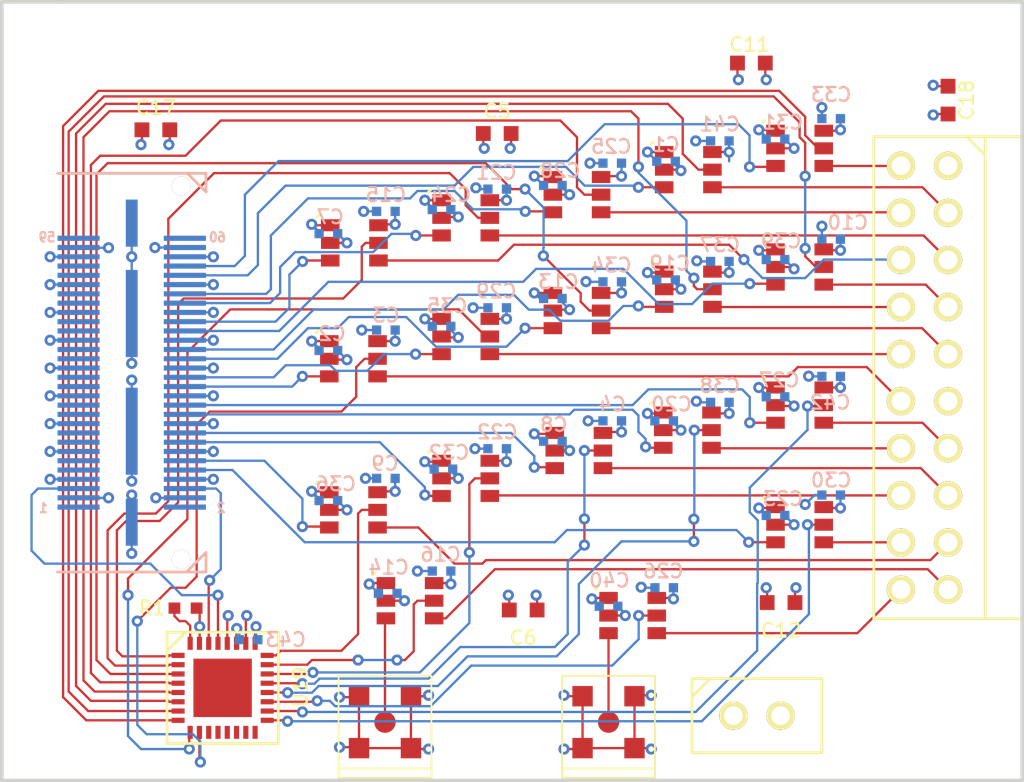
<source format=kicad_pcb>
(kicad_pcb (version 20170123) (host pcbnew "(2017-05-24 revision 38c8470)-master")
  (layers (0 F.Cu signal) (1 In1.Cu signal) (2 In2.Cu signal) (31 B.Cu signal) (34 B.Paste user) (35 F.Paste user) (36 B.SilkS user) (37 F.SilkS user) (38 B.Mask user) (39 F.Mask user) (44 Edge.Cuts user))
  (net 0 "")
  (net 1 /VCCO_SR)
  (net 2 /GND)
  (net 3 /SR_DQ8)
  (net 4 /GP_DQ8)
  (net 5 /VCCO_GP)
  (net 6 /OE_8)
  (net 7 /OE_4)
  (net 8 /GP_DQ4)
  (net 9 /SR_DQ4)
  (net 10 /SR_DQ20)
  (net 11 /GP_DQ20)
  (net 12 /OE_20)
  (net 13 /OE_19)
  (net 14 /GP_DQ19)
  (net 15 /SR_DQ19)
  (net 16 /SR_DQ2)
  (net 17 /GP_DQ2)
  (net 18 /OE_2)
  (net 19 /OE_3)
  (net 20 /GP_DQ3)
  (net 21 /SR_DQ3)
  (net 22 /SR_DQ18)
  (net 23 /GP_DQ18)
  (net 24 /OE_18)
  (net 25 /OE_17)
  (net 26 /GP_DQ17)
  (net 27 /SR_DQ17)
  (net 28 /SR_DQ16)
  (net 29 /GP_DQ16)
  (net 30 /OE_16)
  (net 31 /OE_15)
  (net 32 /GP_DQ15)
  (net 33 /SR_DQ15)
  (net 34 /SR_DQ5)
  (net 35 /GP_DQ5)
  (net 36 /OE_5)
  (net 37 /OE_14)
  (net 38 /GP_DQ14)
  (net 39 /SR_DQ14)
  (net 40 /SR_DQ13)
  (net 41 /GP_DQ13)
  (net 42 /OE_13)
  (net 43 /OE_12)
  (net 44 /GP_DQ12)
  (net 45 /SR_DQ12)
  (net 46 /SR_DQ10)
  (net 47 /GP_DQ10)
  (net 48 /OE_10)
  (net 49 /OE_6)
  (net 50 /GP_DQ6)
  (net 51 /SR_DQ6)
  (net 52 /SR_DQ7)
  (net 53 /GP_DQ7)
  (net 54 /OE_7)
  (net 55 /OE_9)
  (net 56 /GP_DQ9)
  (net 57 /SR_DQ9)
  (net 58 "Net-(R1-Pad1)")
  (net 59 /I2C_SDA)
  (net 60 /I2C_SCL)
  (net 61 "Net-(J1-Pad2)")
  (net 62 "Net-(J1-Pad1)")
  (net 63 "Net-(J1-Pad11)")
  (net 64 "Net-(J1-Pad9)")
  (net 65 "Net-(J1-Pad15)")
  (net 66 "Net-(J1-Pad17)")
  (net 67 "Net-(J1-Pad21)")
  (net 68 "Net-(J1-Pad23)")
  (net 69 "Net-(J1-Pad27)")
  (net 70 "Net-(J1-Pad29)")
  (net 71 "Net-(J1-Pad33)")
  (net 72 "Net-(J1-Pad35)")
  (net 73 "Net-(J1-Pad39)")
  (net 74 "Net-(J1-Pad41)")
  (net 75 "Net-(J1-Pad45)")
  (net 76 "Net-(J1-Pad47)")
  (net 77 "Net-(J1-Pad51)")
  (net 78 "Net-(J1-Pad53)")
  (net 79 "Net-(J1-Pad60)")
  (net 80 "Net-(J1-Pad59)")
  (net 81 "Net-(U19-Pad12)")
  (net 82 "Net-(U19-Pad13)")
  (net 83 "Net-(U19-Pad14)")
  (net 84 "Net-(U19-Pad16)")
  (net 85 "Net-(U19-Pad15)")
  (net 86 "Net-(U19-Pad11)")
  (module azonenberg_pcb:SOT23_6 (layer F.Cu) (at 55 26.05 270)
    (fp_text reference U15 hide)
    (fp_text value 74LVC1T45 hide)
    (pad 5 smd rect (at 0 -1.3 270) (size 0.65 1) (layers F.Cu F.Paste F.Mask) (net 19 /OE_3))
    (pad 6 smd rect (at -0.95 -1.3 270) (size 0.65 1) (layers F.Cu F.Paste F.Mask) (net 5 /VCCO_GP))
    (pad 4 smd rect (at 0.95 -1.3 270) (size 0.65 1) (layers F.Cu F.Paste F.Mask) (net 20 /GP_DQ3))
    (pad 3 smd rect (at 0.95 1.3 270) (size 0.65 1) (layers F.Cu F.Paste F.Mask) (net 21 /SR_DQ3))
    (pad 2 smd rect (at 0 1.3 270) (size 0.65 1) (layers F.Cu F.Paste F.Mask) (net 2 /GND))
    (pad 1 smd rect (at -0.95 1.3 270) (size 0.65 1) (layers F.Cu F.Paste F.Mask) (net 1 /VCCO_SR))
  )
  (module azonenberg_pcb:CONN_SAMTEC_QSH-030-01-L-D-A (layer B.Cu) (at 25 37)
    (fp_text reference J1 hide)
    (fp_text value STARSHIPRAIDER_IOBOARD_MODULE hide)
    (fp_text user 1 (at -4.765 7.3) (layer B.SilkS) (effects (font (size 0.508 0.457) (thickness 0.11425)) (justify mirror)))
    (fp_text user 2 (at 4.815 7.3) (layer B.SilkS) (effects (font (size 0.508 0.457) (thickness 0.11425)) (justify mirror)))
    (fp_text user 60 (at 4.615 -7.3) (layer B.SilkS) (effects (font (size 0.508 0.457) (thickness 0.11425)) (justify mirror)))
    (fp_text user 59 (at -4.565 -7.3) (layer B.SilkS) (effects (font (size 0.508 0.457) (thickness 0.11425)) (justify mirror)))
    (pad "" thru_hole circle (at 2.67 10.065) (size 1.02 1.02) (drill 1.02) (layers *.Cu *.Mask B.SilkS))
    (pad 59 smd rect (at -2.865 -7.25) (size 2.27 0.279) (layers B.Cu B.Paste B.Mask) (net 80 "Net-(J1-Pad59)"))
    (pad GND smd rect (at 0 -3.191) (size 0.64 4.7) (layers B.Cu B.Paste B.Mask) (net 2 /GND))
    (pad GND smd rect (at 0 3.159) (size 0.64 4.7) (layers B.Cu B.Paste B.Mask) (net 2 /GND))
    (pad GND smd rect (at 0 -8.065) (size 0.64 2.54) (layers B.Cu B.Paste B.Mask) (net 2 /GND))
    (pad GND smd rect (at 0 8.065) (size 0.64 2.54) (layers B.Cu B.Paste B.Mask) (net 2 /GND))
    (pad "" thru_hole circle (at 2.67 -10.065) (size 1.02 1.02) (drill 1.02) (layers *.Cu *.Mask B.SilkS))
    (pad 60 smd rect (at 2.865 -7.25) (size 2.27 0.279) (layers B.Cu B.Paste B.Mask) (net 79 "Net-(J1-Pad60)"))
    (pad 57 smd rect (at -2.865 -6.75) (size 2.27 0.279) (layers B.Cu B.Paste B.Mask) (net 1 /VCCO_SR))
    (pad 58 smd rect (at 2.865 -6.75) (size 2.27 0.279) (layers B.Cu B.Paste B.Mask) (net 1 /VCCO_SR))
    (pad 55 smd rect (at -2.865 -6.25) (size 2.27 0.279) (layers B.Cu B.Paste B.Mask) (net 2 /GND))
    (pad 56 smd rect (at 2.865 -6.25) (size 2.27 0.279) (layers B.Cu B.Paste B.Mask) (net 2 /GND))
    (pad 53 smd rect (at -2.865 -5.75) (size 2.27 0.279) (layers B.Cu B.Paste B.Mask) (net 78 "Net-(J1-Pad53)"))
    (pad 54 smd rect (at 2.865 -5.75) (size 2.27 0.279) (layers B.Cu B.Paste B.Mask) (net 16 /SR_DQ2))
    (pad 51 smd rect (at -2.865 -5.25) (size 2.27 0.279) (layers B.Cu B.Paste B.Mask) (net 77 "Net-(J1-Pad51)"))
    (pad 52 smd rect (at 2.865 -5.25) (size 2.27 0.279) (layers B.Cu B.Paste B.Mask) (net 21 /SR_DQ3))
    (pad 49 smd rect (at -2.865 -4.75) (size 2.27 0.279) (layers B.Cu B.Paste B.Mask) (net 2 /GND))
    (pad 50 smd rect (at 2.865 -4.75) (size 2.27 0.279) (layers B.Cu B.Paste B.Mask) (net 2 /GND))
    (pad 47 smd rect (at -2.865 -4.25) (size 2.27 0.279) (layers B.Cu B.Paste B.Mask) (net 76 "Net-(J1-Pad47)"))
    (pad 48 smd rect (at 2.865 -4.25) (size 2.27 0.279) (layers B.Cu B.Paste B.Mask) (net 9 /SR_DQ4))
    (pad 45 smd rect (at -2.865 -3.75) (size 2.27 0.279) (layers B.Cu B.Paste B.Mask) (net 75 "Net-(J1-Pad45)"))
    (pad 46 smd rect (at 2.865 -3.75) (size 2.27 0.279) (layers B.Cu B.Paste B.Mask) (net 34 /SR_DQ5))
    (pad 43 smd rect (at -2.865 -3.25) (size 2.27 0.279) (layers B.Cu B.Paste B.Mask) (net 2 /GND))
    (pad 44 smd rect (at 2.865 -3.25) (size 2.27 0.279) (layers B.Cu B.Paste B.Mask) (net 2 /GND))
    (pad 41 smd rect (at -2.865 -2.75) (size 2.27 0.279) (layers B.Cu B.Paste B.Mask) (net 74 "Net-(J1-Pad41)"))
    (pad 42 smd rect (at 2.865 -2.75) (size 2.27 0.279) (layers B.Cu B.Paste B.Mask) (net 51 /SR_DQ6))
    (pad 39 smd rect (at -2.865 -2.25) (size 2.27 0.279) (layers B.Cu B.Paste B.Mask) (net 73 "Net-(J1-Pad39)"))
    (pad 40 smd rect (at 2.865 -2.25) (size 2.27 0.279) (layers B.Cu B.Paste B.Mask) (net 52 /SR_DQ7))
    (pad 37 smd rect (at -2.865 -1.75) (size 2.27 0.279) (layers B.Cu B.Paste B.Mask) (net 2 /GND))
    (pad 38 smd rect (at 2.865 -1.75) (size 2.27 0.279) (layers B.Cu B.Paste B.Mask) (net 2 /GND))
    (pad 35 smd rect (at -2.865 -1.25) (size 2.27 0.279) (layers B.Cu B.Paste B.Mask) (net 72 "Net-(J1-Pad35)"))
    (pad 36 smd rect (at 2.865 -1.25) (size 2.27 0.279) (layers B.Cu B.Paste B.Mask) (net 3 /SR_DQ8))
    (pad 33 smd rect (at -2.865 -0.75) (size 2.27 0.279) (layers B.Cu B.Paste B.Mask) (net 71 "Net-(J1-Pad33)"))
    (pad 34 smd rect (at 2.865 -0.75) (size 2.27 0.279) (layers B.Cu B.Paste B.Mask) (net 57 /SR_DQ9))
    (pad 31 smd rect (at -2.865 -0.25) (size 2.27 0.279) (layers B.Cu B.Paste B.Mask) (net 2 /GND))
    (pad 32 smd rect (at 2.865 -0.25) (size 2.27 0.279) (layers B.Cu B.Paste B.Mask) (net 2 /GND))
    (pad 29 smd rect (at -2.865 0.25) (size 2.27 0.279) (layers B.Cu B.Paste B.Mask) (net 70 "Net-(J1-Pad29)"))
    (pad 30 smd rect (at 2.865 0.25) (size 2.27 0.279) (layers B.Cu B.Paste B.Mask) (net 46 /SR_DQ10))
    (pad 27 smd rect (at -2.865 0.75) (size 2.27 0.279) (layers B.Cu B.Paste B.Mask) (net 69 "Net-(J1-Pad27)"))
    (pad 28 smd rect (at 2.865 0.75) (size 2.27 0.279) (layers B.Cu B.Paste B.Mask) (net 45 /SR_DQ12))
    (pad 25 smd rect (at -2.865 1.25) (size 2.27 0.279) (layers B.Cu B.Paste B.Mask) (net 2 /GND))
    (pad 26 smd rect (at 2.865 1.25) (size 2.27 0.279) (layers B.Cu B.Paste B.Mask) (net 2 /GND))
    (pad 23 smd rect (at -2.865 1.75) (size 2.27 0.279) (layers B.Cu B.Paste B.Mask) (net 68 "Net-(J1-Pad23)"))
    (pad 24 smd rect (at 2.865 1.75) (size 2.27 0.279) (layers B.Cu B.Paste B.Mask) (net 40 /SR_DQ13))
    (pad 21 smd rect (at -2.865 2.25) (size 2.27 0.279) (layers B.Cu B.Paste B.Mask) (net 67 "Net-(J1-Pad21)"))
    (pad 22 smd rect (at 2.865 2.25) (size 2.27 0.279) (layers B.Cu B.Paste B.Mask) (net 39 /SR_DQ14))
    (pad 19 smd rect (at -2.865 2.75) (size 2.27 0.279) (layers B.Cu B.Paste B.Mask) (net 2 /GND))
    (pad 20 smd rect (at 2.865 2.75) (size 2.27 0.279) (layers B.Cu B.Paste B.Mask) (net 2 /GND))
    (pad 17 smd rect (at -2.865 3.25) (size 2.27 0.279) (layers B.Cu B.Paste B.Mask) (net 66 "Net-(J1-Pad17)"))
    (pad 18 smd rect (at 2.865 3.25) (size 2.27 0.279) (layers B.Cu B.Paste B.Mask) (net 33 /SR_DQ15))
    (pad 15 smd rect (at -2.865 3.75) (size 2.27 0.279) (layers B.Cu B.Paste B.Mask) (net 65 "Net-(J1-Pad15)"))
    (pad 16 smd rect (at 2.865 3.75) (size 2.27 0.279) (layers B.Cu B.Paste B.Mask) (net 28 /SR_DQ16))
    (pad 13 smd rect (at -2.865 4.25) (size 2.27 0.279) (layers B.Cu B.Paste B.Mask) (net 2 /GND))
    (pad 14 smd rect (at 2.865 4.25) (size 2.27 0.279) (layers B.Cu B.Paste B.Mask) (net 2 /GND))
    (pad 11 smd rect (at -2.865 4.75) (size 2.27 0.279) (layers B.Cu B.Paste B.Mask) (net 63 "Net-(J1-Pad11)"))
    (pad 12 smd rect (at 2.865 4.75) (size 2.27 0.279) (layers B.Cu B.Paste B.Mask) (net 27 /SR_DQ17))
    (pad 9 smd rect (at -2.865 5.25) (size 2.27 0.279) (layers B.Cu B.Paste B.Mask) (net 64 "Net-(J1-Pad9)"))
    (pad 10 smd rect (at 2.865 5.25) (size 2.27 0.279) (layers B.Cu B.Paste B.Mask) (net 22 /SR_DQ18))
    (pad 7 smd rect (at -2.865 5.75) (size 2.27 0.279) (layers B.Cu B.Paste B.Mask) (net 2 /GND))
    (pad 8 smd rect (at 2.865 5.75) (size 2.27 0.279) (layers B.Cu B.Paste B.Mask) (net 2 /GND))
    (pad 5 smd rect (at -2.865 6.25) (size 2.27 0.279) (layers B.Cu B.Paste B.Mask) (net 60 /I2C_SCL))
    (pad 6 smd rect (at 2.865 6.25) (size 2.27 0.279) (layers B.Cu B.Paste B.Mask) (net 59 /I2C_SDA))
    (pad 3 smd rect (at -2.865 6.75) (size 2.27 0.279) (layers B.Cu B.Paste B.Mask) (net 1 /VCCO_SR))
    (pad 4 smd rect (at 2.865 6.75) (size 2.27 0.279) (layers B.Cu B.Paste B.Mask) (net 1 /VCCO_SR))
    (pad 1 smd rect (at -2.865 7.25) (size 2.27 0.279) (layers B.Cu B.Paste B.Mask) (net 62 "Net-(J1-Pad1)"))
    (pad 2 smd rect (at 2.865 7.25) (size 2.27 0.279) (layers B.Cu B.Paste B.Mask) (net 61 "Net-(J1-Pad2)"))
  )
  (module azonenberg_pcb:SOT23_6 (layer F.Cu) (at 36.95 44.4 270)
    (fp_text reference U2 hide)
    (fp_text value 74LVC1T45 hide)
    (pad 5 smd rect (at 0 -1.3 270) (size 0.65 1) (layers F.Cu F.Paste F.Mask) (net 25 /OE_17))
    (pad 6 smd rect (at -0.95 -1.3 270) (size 0.65 1) (layers F.Cu F.Paste F.Mask) (net 5 /VCCO_GP))
    (pad 4 smd rect (at 0.95 -1.3 270) (size 0.65 1) (layers F.Cu F.Paste F.Mask) (net 26 /GP_DQ17))
    (pad 3 smd rect (at 0.95 1.3 270) (size 0.65 1) (layers F.Cu F.Paste F.Mask) (net 27 /SR_DQ17))
    (pad 2 smd rect (at 0 1.3 270) (size 0.65 1) (layers F.Cu F.Paste F.Mask) (net 2 /GND))
    (pad 1 smd rect (at -0.95 1.3 270) (size 0.65 1) (layers F.Cu F.Paste F.Mask) (net 1 /VCCO_SR))
  )
  (module azonenberg_pcb:SOT23_6 (layer F.Cu) (at 43 35.05 270)
    (fp_text reference U8 hide)
    (fp_text value 74LVC1T45 hide)
    (pad 5 smd rect (at 0 -1.3 270) (size 0.65 1) (layers F.Cu F.Paste F.Mask) (net 48 /OE_10))
    (pad 6 smd rect (at -0.95 -1.3 270) (size 0.65 1) (layers F.Cu F.Paste F.Mask) (net 5 /VCCO_GP))
    (pad 4 smd rect (at 0.95 -1.3 270) (size 0.65 1) (layers F.Cu F.Paste F.Mask) (net 47 /GP_DQ10))
    (pad 3 smd rect (at 0.95 1.3 270) (size 0.65 1) (layers F.Cu F.Paste F.Mask) (net 46 /SR_DQ10))
    (pad 2 smd rect (at 0 1.3 270) (size 0.65 1) (layers F.Cu F.Paste F.Mask) (net 2 /GND))
    (pad 1 smd rect (at -0.95 1.3 270) (size 0.65 1) (layers F.Cu F.Paste F.Mask) (net 1 /VCCO_SR))
  )
  (module azonenberg_pcb:SOT23_6 (layer F.Cu) (at 37 30 270)
    (fp_text reference U12 hide)
    (fp_text value 74LVC1T45 hide)
    (pad 5 smd rect (at 0 -1.3 270) (size 0.65 1) (layers F.Cu F.Paste F.Mask) (net 49 /OE_6))
    (pad 6 smd rect (at -0.95 -1.3 270) (size 0.65 1) (layers F.Cu F.Paste F.Mask) (net 5 /VCCO_GP))
    (pad 4 smd rect (at 0.95 -1.3 270) (size 0.65 1) (layers F.Cu F.Paste F.Mask) (net 50 /GP_DQ6))
    (pad 3 smd rect (at 0.95 1.3 270) (size 0.65 1) (layers F.Cu F.Paste F.Mask) (net 51 /SR_DQ6))
    (pad 2 smd rect (at 0 1.3 270) (size 0.65 1) (layers F.Cu F.Paste F.Mask) (net 2 /GND))
    (pad 1 smd rect (at -0.95 1.3 270) (size 0.65 1) (layers F.Cu F.Paste F.Mask) (net 1 /VCCO_SR))
  )
  (module azonenberg_pcb:SOT23_6 (layer F.Cu) (at 61 38.75 270)
    (fp_text reference U6 hide)
    (fp_text value 74LVC1T45 hide)
    (pad 5 smd rect (at 0 -1.3 270) (size 0.65 1) (layers F.Cu F.Paste F.Mask) (net 42 /OE_13))
    (pad 6 smd rect (at -0.95 -1.3 270) (size 0.65 1) (layers F.Cu F.Paste F.Mask) (net 5 /VCCO_GP))
    (pad 4 smd rect (at 0.95 -1.3 270) (size 0.65 1) (layers F.Cu F.Paste F.Mask) (net 41 /GP_DQ13))
    (pad 3 smd rect (at 0.95 1.3 270) (size 0.65 1) (layers F.Cu F.Paste F.Mask) (net 40 /SR_DQ13))
    (pad 2 smd rect (at 0 1.3 270) (size 0.65 1) (layers F.Cu F.Paste F.Mask) (net 2 /GND))
    (pad 1 smd rect (at -0.95 1.3 270) (size 0.65 1) (layers F.Cu F.Paste F.Mask) (net 1 /VCCO_SR))
  )
  (module azonenberg_pcb:SOT23_6 (layer F.Cu) (at 54.95 40.1 270)
    (fp_text reference U5 hide)
    (fp_text value 74LVC1T45 hide)
    (pad 5 smd rect (at 0 -1.3 270) (size 0.65 1) (layers F.Cu F.Paste F.Mask) (net 37 /OE_14))
    (pad 6 smd rect (at -0.95 -1.3 270) (size 0.65 1) (layers F.Cu F.Paste F.Mask) (net 5 /VCCO_GP))
    (pad 4 smd rect (at 0.95 -1.3 270) (size 0.65 1) (layers F.Cu F.Paste F.Mask) (net 38 /GP_DQ14))
    (pad 3 smd rect (at 0.95 1.3 270) (size 0.65 1) (layers F.Cu F.Paste F.Mask) (net 39 /SR_DQ14))
    (pad 2 smd rect (at 0 1.3 270) (size 0.65 1) (layers F.Cu F.Paste F.Mask) (net 2 /GND))
    (pad 1 smd rect (at -0.95 1.3 270) (size 0.65 1) (layers F.Cu F.Paste F.Mask) (net 1 /VCCO_SR))
  )
  (module azonenberg_pcb:SOT23_6 (layer F.Cu) (at 49 33.65 270)
    (fp_text reference U9 hide)
    (fp_text value 74LVC1T45 hide)
    (pad 5 smd rect (at 0 -1.3 270) (size 0.65 1) (layers F.Cu F.Paste F.Mask) (net 55 /OE_9))
    (pad 6 smd rect (at -0.95 -1.3 270) (size 0.65 1) (layers F.Cu F.Paste F.Mask) (net 5 /VCCO_GP))
    (pad 4 smd rect (at 0.95 -1.3 270) (size 0.65 1) (layers F.Cu F.Paste F.Mask) (net 56 /GP_DQ9))
    (pad 3 smd rect (at 0.95 1.3 270) (size 0.65 1) (layers F.Cu F.Paste F.Mask) (net 57 /SR_DQ9))
    (pad 2 smd rect (at 0 1.3 270) (size 0.65 1) (layers F.Cu F.Paste F.Mask) (net 2 /GND))
    (pad 1 smd rect (at -0.95 1.3 270) (size 0.65 1) (layers F.Cu F.Paste F.Mask) (net 1 /VCCO_SR))
  )
  (module azonenberg_pcb:SOT23_6 (layer F.Cu) (at 55 32.5 270)
    (fp_text reference U10 hide)
    (fp_text value 74LVC1T45 hide)
    (pad 5 smd rect (at 0 -1.3 270) (size 0.65 1) (layers F.Cu F.Paste F.Mask) (net 6 /OE_8))
    (pad 6 smd rect (at -0.95 -1.3 270) (size 0.65 1) (layers F.Cu F.Paste F.Mask) (net 5 /VCCO_GP))
    (pad 4 smd rect (at 0.95 -1.3 270) (size 0.65 1) (layers F.Cu F.Paste F.Mask) (net 4 /GP_DQ8))
    (pad 3 smd rect (at 0.95 1.3 270) (size 0.65 1) (layers F.Cu F.Paste F.Mask) (net 3 /SR_DQ8))
    (pad 2 smd rect (at 0 1.3 270) (size 0.65 1) (layers F.Cu F.Paste F.Mask) (net 2 /GND))
    (pad 1 smd rect (at -0.95 1.3 270) (size 0.65 1) (layers F.Cu F.Paste F.Mask) (net 1 /VCCO_SR))
  )
  (module azonenberg_pcb:SOT23_6 (layer F.Cu) (at 61 31.3 270)
    (fp_text reference U11 hide)
    (fp_text value 74LVC1T45 hide)
    (pad 5 smd rect (at 0 -1.3 270) (size 0.65 1) (layers F.Cu F.Paste F.Mask) (net 54 /OE_7))
    (pad 6 smd rect (at -0.95 -1.3 270) (size 0.65 1) (layers F.Cu F.Paste F.Mask) (net 5 /VCCO_GP))
    (pad 4 smd rect (at 0.95 -1.3 270) (size 0.65 1) (layers F.Cu F.Paste F.Mask) (net 53 /GP_DQ7))
    (pad 3 smd rect (at 0.95 1.3 270) (size 0.65 1) (layers F.Cu F.Paste F.Mask) (net 52 /SR_DQ7))
    (pad 2 smd rect (at 0 1.3 270) (size 0.65 1) (layers F.Cu F.Paste F.Mask) (net 2 /GND))
    (pad 1 smd rect (at -0.95 1.3 270) (size 0.65 1) (layers F.Cu F.Paste F.Mask) (net 1 /VCCO_SR))
  )
  (module azonenberg_pcb:SOT23_6 (layer F.Cu) (at 49.1 41.2 270)
    (fp_text reference U4 hide)
    (fp_text value 74LVC1T45 hide)
    (pad 5 smd rect (at 0 -1.3 270) (size 0.65 1) (layers F.Cu F.Paste F.Mask) (net 31 /OE_15))
    (pad 6 smd rect (at -0.95 -1.3 270) (size 0.65 1) (layers F.Cu F.Paste F.Mask) (net 5 /VCCO_GP))
    (pad 4 smd rect (at 0.95 -1.3 270) (size 0.65 1) (layers F.Cu F.Paste F.Mask) (net 32 /GP_DQ15))
    (pad 3 smd rect (at 0.95 1.3 270) (size 0.65 1) (layers F.Cu F.Paste F.Mask) (net 33 /SR_DQ15))
    (pad 2 smd rect (at 0 1.3 270) (size 0.65 1) (layers F.Cu F.Paste F.Mask) (net 2 /GND))
    (pad 1 smd rect (at -0.95 1.3 270) (size 0.65 1) (layers F.Cu F.Paste F.Mask) (net 1 /VCCO_SR))
  )
  (module azonenberg_pcb:SOT23_6 (layer F.Cu) (at 43 28.65 270)
    (fp_text reference U13 hide)
    (fp_text value 74LVC1T45 hide)
    (pad 5 smd rect (at 0 -1.3 270) (size 0.65 1) (layers F.Cu F.Paste F.Mask) (net 36 /OE_5))
    (pad 6 smd rect (at -0.95 -1.3 270) (size 0.65 1) (layers F.Cu F.Paste F.Mask) (net 5 /VCCO_GP))
    (pad 4 smd rect (at 0.95 -1.3 270) (size 0.65 1) (layers F.Cu F.Paste F.Mask) (net 35 /GP_DQ5))
    (pad 3 smd rect (at 0.95 1.3 270) (size 0.65 1) (layers F.Cu F.Paste F.Mask) (net 34 /SR_DQ5))
    (pad 2 smd rect (at 0 1.3 270) (size 0.65 1) (layers F.Cu F.Paste F.Mask) (net 2 /GND))
    (pad 1 smd rect (at -0.95 1.3 270) (size 0.65 1) (layers F.Cu F.Paste F.Mask) (net 1 /VCCO_SR))
  )
  (module azonenberg_pcb:SOT23_6 (layer F.Cu) (at 49 27.4 270)
    (fp_text reference U14 hide)
    (fp_text value 74LVC1T45 hide)
    (pad 5 smd rect (at 0 -1.3 270) (size 0.65 1) (layers F.Cu F.Paste F.Mask) (net 7 /OE_4))
    (pad 6 smd rect (at -0.95 -1.3 270) (size 0.65 1) (layers F.Cu F.Paste F.Mask) (net 5 /VCCO_GP))
    (pad 4 smd rect (at 0.95 -1.3 270) (size 0.65 1) (layers F.Cu F.Paste F.Mask) (net 8 /GP_DQ4))
    (pad 3 smd rect (at 0.95 1.3 270) (size 0.65 1) (layers F.Cu F.Paste F.Mask) (net 9 /SR_DQ4))
    (pad 2 smd rect (at 0 1.3 270) (size 0.65 1) (layers F.Cu F.Paste F.Mask) (net 2 /GND))
    (pad 1 smd rect (at -0.95 1.3 270) (size 0.65 1) (layers F.Cu F.Paste F.Mask) (net 1 /VCCO_SR))
  )
  (module azonenberg_pcb:SOT23_6 (layer F.Cu) (at 61 24.9 270)
    (fp_text reference U16 hide)
    (fp_text value 74LVC1T45 hide)
    (pad 5 smd rect (at 0 -1.3 270) (size 0.65 1) (layers F.Cu F.Paste F.Mask) (net 18 /OE_2))
    (pad 6 smd rect (at -0.95 -1.3 270) (size 0.65 1) (layers F.Cu F.Paste F.Mask) (net 5 /VCCO_GP))
    (pad 4 smd rect (at 0.95 -1.3 270) (size 0.65 1) (layers F.Cu F.Paste F.Mask) (net 17 /GP_DQ2))
    (pad 3 smd rect (at 0.95 1.3 270) (size 0.65 1) (layers F.Cu F.Paste F.Mask) (net 16 /SR_DQ2))
    (pad 2 smd rect (at 0 1.3 270) (size 0.65 1) (layers F.Cu F.Paste F.Mask) (net 2 /GND))
    (pad 1 smd rect (at -0.95 1.3 270) (size 0.65 1) (layers F.Cu F.Paste F.Mask) (net 1 /VCCO_SR))
  )
  (module azonenberg_pcb:SOT23_6 (layer F.Cu) (at 61 45.2 270)
    (fp_text reference U1 hide)
    (fp_text value 74LVC1T45 hide)
    (pad 5 smd rect (at 0 -1.3 270) (size 0.65 1) (layers F.Cu F.Paste F.Mask) (net 24 /OE_18))
    (pad 6 smd rect (at -0.95 -1.3 270) (size 0.65 1) (layers F.Cu F.Paste F.Mask) (net 5 /VCCO_GP))
    (pad 4 smd rect (at 0.95 -1.3 270) (size 0.65 1) (layers F.Cu F.Paste F.Mask) (net 23 /GP_DQ18))
    (pad 3 smd rect (at 0.95 1.3 270) (size 0.65 1) (layers F.Cu F.Paste F.Mask) (net 22 /SR_DQ18))
    (pad 2 smd rect (at 0 1.3 270) (size 0.65 1) (layers F.Cu F.Paste F.Mask) (net 2 /GND))
    (pad 1 smd rect (at -0.95 1.3 270) (size 0.65 1) (layers F.Cu F.Paste F.Mask) (net 1 /VCCO_SR))
  )
  (module azonenberg_pcb:SOT23_6 (layer F.Cu) (at 40 49.3 270)
    (fp_text reference U17 hide)
    (fp_text value 74LVC1T45 hide)
    (pad 5 smd rect (at 0 -1.3 270) (size 0.65 1) (layers F.Cu F.Paste F.Mask) (net 13 /OE_19))
    (pad 6 smd rect (at -0.95 -1.3 270) (size 0.65 1) (layers F.Cu F.Paste F.Mask) (net 5 /VCCO_GP))
    (pad 4 smd rect (at 0.95 -1.3 270) (size 0.65 1) (layers F.Cu F.Paste F.Mask) (net 14 /GP_DQ19))
    (pad 3 smd rect (at 0.95 1.3 270) (size 0.65 1) (layers F.Cu F.Paste F.Mask) (net 15 /SR_DQ19))
    (pad 2 smd rect (at 0 1.3 270) (size 0.65 1) (layers F.Cu F.Paste F.Mask) (net 2 /GND))
    (pad 1 smd rect (at -0.95 1.3 270) (size 0.65 1) (layers F.Cu F.Paste F.Mask) (net 1 /VCCO_SR))
  )
  (module azonenberg_pcb:SOT23_6 (layer F.Cu) (at 52 50.1 270)
    (fp_text reference U18 hide)
    (fp_text value 74LVC1T45 hide)
    (pad 5 smd rect (at 0 -1.3 270) (size 0.65 1) (layers F.Cu F.Paste F.Mask) (net 12 /OE_20))
    (pad 6 smd rect (at -0.95 -1.3 270) (size 0.65 1) (layers F.Cu F.Paste F.Mask) (net 5 /VCCO_GP))
    (pad 4 smd rect (at 0.95 -1.3 270) (size 0.65 1) (layers F.Cu F.Paste F.Mask) (net 11 /GP_DQ20))
    (pad 3 smd rect (at 0.95 1.3 270) (size 0.65 1) (layers F.Cu F.Paste F.Mask) (net 10 /SR_DQ20))
    (pad 2 smd rect (at 0 1.3 270) (size 0.65 1) (layers F.Cu F.Paste F.Mask) (net 2 /GND))
    (pad 1 smd rect (at -0.95 1.3 270) (size 0.65 1) (layers F.Cu F.Paste F.Mask) (net 1 /VCCO_SR))
  )
  (module azonenberg_pcb:SOT23_6 (layer F.Cu) (at 43 42.7 270)
    (fp_text reference U3 hide)
    (fp_text value 74LVC1T45 hide)
    (pad 5 smd rect (at 0 -1.3 270) (size 0.65 1) (layers F.Cu F.Paste F.Mask) (net 30 /OE_16))
    (pad 6 smd rect (at -0.95 -1.3 270) (size 0.65 1) (layers F.Cu F.Paste F.Mask) (net 5 /VCCO_GP))
    (pad 4 smd rect (at 0.95 -1.3 270) (size 0.65 1) (layers F.Cu F.Paste F.Mask) (net 29 /GP_DQ16))
    (pad 3 smd rect (at 0.95 1.3 270) (size 0.65 1) (layers F.Cu F.Paste F.Mask) (net 28 /SR_DQ16))
    (pad 2 smd rect (at 0 1.3 270) (size 0.65 1) (layers F.Cu F.Paste F.Mask) (net 2 /GND))
    (pad 1 smd rect (at -0.95 1.3 270) (size 0.65 1) (layers F.Cu F.Paste F.Mask) (net 1 /VCCO_SR))
  )
  (module azonenberg_pcb:SOT23_6 (layer F.Cu) (at 36.95 36.25 270)
    (fp_text reference U7 hide)
    (fp_text value 74LVC1T45 hide)
    (pad 5 smd rect (at 0 -1.3 270) (size 0.65 1) (layers F.Cu F.Paste F.Mask) (net 43 /OE_12))
    (pad 6 smd rect (at -0.95 -1.3 270) (size 0.65 1) (layers F.Cu F.Paste F.Mask) (net 5 /VCCO_GP))
    (pad 4 smd rect (at 0.95 -1.3 270) (size 0.65 1) (layers F.Cu F.Paste F.Mask) (net 44 /GP_DQ12))
    (pad 3 smd rect (at 0.95 1.3 270) (size 0.65 1) (layers F.Cu F.Paste F.Mask) (net 45 /SR_DQ12))
    (pad 2 smd rect (at 0 1.3 270) (size 0.65 1) (layers F.Cu F.Paste F.Mask) (net 2 /GND))
    (pad 1 smd rect (at -0.95 1.3 270) (size 0.65 1) (layers F.Cu F.Paste F.Mask) (net 1 /VCCO_SR))
  )
  (module azonenberg_pcb:CONN_HEADER_2.54MM_1x2 (layer F.Cu) (at 58.7 55.5)
    (fp_text reference P3 hide)
    (fp_text value CONN_01X02)
    (pad 1 thru_hole circle (at -1.27 0) (size 1.524 1.524) (drill 1) (layers *.Cu *.Mask F.SilkS) (net 5 /VCCO_GP))
    (pad 2 thru_hole circle (at 1.27 0) (size 1.524 1.524) (drill 1) (layers *.Cu *.Mask F.SilkS) (net 2 /GND))
  )
  (module azonenberg_pcb:CONN_HEADER_2.54MM_2x10_RA_FEMALE (layer F.Cu) (at 67.73 37.27 90)
    (fp_text reference J2 hide)
    (fp_text value GREENPAK_DEVKIT_HDR)
    (pad 8 thru_hole circle (at 3.81 -1.27 90) (size 1.524 1.524) (drill 1) (layers *.Cu *.Mask F.SilkS) (net 4 /GP_DQ8))
    (pad 7 thru_hole circle (at 3.81 1.27 90) (size 1.524 1.524) (drill 1) (layers *.Cu *.Mask F.SilkS) (net 53 /GP_DQ7))
    (pad 6 thru_hole circle (at 6.35 -1.27 90) (size 1.524 1.524) (drill 1) (layers *.Cu *.Mask F.SilkS) (net 50 /GP_DQ6))
    (pad 4 thru_hole circle (at 8.89 -1.27 90) (size 1.524 1.524) (drill 1) (layers *.Cu *.Mask F.SilkS) (net 8 /GP_DQ4))
    (pad 2 thru_hole circle (at 11.43 -1.27 90) (size 1.524 1.524) (drill 1) (layers *.Cu *.Mask F.SilkS) (net 17 /GP_DQ2))
    (pad 1 thru_hole circle (at 11.43 1.27 90) (size 1.524 1.524) (drill 1) (layers *.Cu *.Mask F.SilkS) (net 5 /VCCO_GP))
    (pad 3 thru_hole circle (at 8.89 1.27 90) (size 1.524 1.524) (drill 1) (layers *.Cu *.Mask F.SilkS) (net 20 /GP_DQ3))
    (pad 5 thru_hole circle (at 6.35 1.27 90) (size 1.524 1.524) (drill 1) (layers *.Cu *.Mask F.SilkS) (net 35 /GP_DQ5))
    (pad 11 thru_hole circle (at -1.27 1.27 90) (size 1.524 1.524) (drill 1) (layers *.Cu *.Mask F.SilkS) (net 2 /GND))
    (pad 9 thru_hole circle (at 1.27 1.27 90) (size 1.524 1.524) (drill 1) (layers *.Cu *.Mask F.SilkS) (net 56 /GP_DQ9))
    (pad 15 thru_hole circle (at -6.35 1.27 90) (size 1.524 1.524) (drill 1) (layers *.Cu *.Mask F.SilkS) (net 32 /GP_DQ15))
    (pad 13 thru_hole circle (at -3.81 1.27 90) (size 1.524 1.524) (drill 1) (layers *.Cu *.Mask F.SilkS) (net 41 /GP_DQ13))
    (pad 17 thru_hole circle (at -8.89 1.27 90) (size 1.524 1.524) (drill 1) (layers *.Cu *.Mask F.SilkS) (net 26 /GP_DQ17))
    (pad 19 thru_hole circle (at -11.43 1.27 90) (size 1.524 1.524) (drill 1) (layers *.Cu *.Mask F.SilkS) (net 14 /GP_DQ19))
    (pad 10 thru_hole circle (at 1.27 -1.27 90) (size 1.524 1.524) (drill 1) (layers *.Cu *.Mask F.SilkS) (net 47 /GP_DQ10))
    (pad 12 thru_hole circle (at -1.27 -1.27 90) (size 1.524 1.524) (drill 1) (layers *.Cu *.Mask F.SilkS) (net 44 /GP_DQ12))
    (pad 14 thru_hole circle (at -3.81 -1.27 90) (size 1.524 1.524) (drill 1) (layers *.Cu *.Mask F.SilkS) (net 38 /GP_DQ14))
    (pad 16 thru_hole circle (at -6.35 -1.27 90) (size 1.524 1.524) (drill 1) (layers *.Cu *.Mask F.SilkS) (net 29 /GP_DQ16))
    (pad 18 thru_hole circle (at -8.89 -1.27 90) (size 1.524 1.524) (drill 1) (layers *.Cu *.Mask F.SilkS) (net 23 /GP_DQ18))
    (pad 20 thru_hole circle (at -11.43 -1.27 90) (size 1.524 1.524) (drill 1) (layers *.Cu *.Mask F.SilkS) (net 11 /GP_DQ20))
  )
  (module azonenberg_pcb:CONN_MMCX_LINX_CONNMMCX002SMD (layer F.Cu) (at 38.65 55.85 90)
    (fp_text reference P1 hide)
    (fp_text value MMCX)
    (pad 2 smd rect (at -1.4 1.4 90) (size 1.1 1.1) (layers F.Cu F.Paste F.Mask) (net 2 /GND))
    (pad 2 smd rect (at -1.4 -1.4 90) (size 1.1 1.1) (layers F.Cu F.Paste F.Mask) (net 2 /GND))
    (pad 2 smd rect (at 1.4 -1.4 90) (size 1.1 1.1) (layers F.Cu F.Paste F.Mask) (net 2 /GND))
    (pad 2 smd rect (at 1.4 1.4 90) (size 1.1 1.1) (layers F.Cu F.Paste F.Mask) (net 2 /GND))
    (pad 1 smd circle (at 0 0 90) (size 1.15 1.15) (layers F.Cu F.Paste F.Mask) (net 15 /SR_DQ19))
  )
  (module azonenberg_pcb:CONN_MMCX_LINX_CONNMMCX002SMD (layer F.Cu) (at 50.7 55.85 90)
    (fp_text reference P2 hide)
    (fp_text value MMCX)
    (pad 1 smd circle (at 0 0 90) (size 1.15 1.15) (layers F.Cu F.Paste F.Mask) (net 10 /SR_DQ20))
    (pad 2 smd rect (at 1.4 1.4 90) (size 1.1 1.1) (layers F.Cu F.Paste F.Mask) (net 2 /GND))
    (pad 2 smd rect (at 1.4 -1.4 90) (size 1.1 1.1) (layers F.Cu F.Paste F.Mask) (net 2 /GND))
    (pad 2 smd rect (at -1.4 -1.4 90) (size 1.1 1.1) (layers F.Cu F.Paste F.Mask) (net 2 /GND))
    (pad 2 smd rect (at -1.4 1.4 90) (size 1.1 1.1) (layers F.Cu F.Paste F.Mask) (net 2 /GND))
  )
  (module azonenberg_pcb:EIA_0402_CAP_NOSILK (layer B.Cu) (at 41.7 28.2)
    (fp_text reference C24 (at 0.5 -0.8) (layer B.SilkS) (effects (font (size 0.75 0.75) (thickness 0.125)) (justify mirror)))
    (fp_text value "0.47 uF" hide)
    (pad 1 smd rect (at -0.5 0) (size 0.5 0.5) (layers B.Cu B.Paste B.Mask) (net 1 /VCCO_SR))
    (pad 2 smd rect (at 0.5 0) (size 0.5 0.5) (layers B.Cu B.Paste B.Mask) (net 2 /GND))
  )
  (module azonenberg_pcb:EIA_0402_CAP_NOSILK (layer B.Cu) (at 38.7 28.3 180)
    (fp_text reference C15 (at 0 0.9 180) (layer B.SilkS) (effects (font (size 0.75 0.75) (thickness 0.125)) (justify mirror)))
    (fp_text value "0.47 uF" hide)
    (pad 2 smd rect (at 0.5 0 180) (size 0.5 0.5) (layers B.Cu B.Paste B.Mask) (net 2 /GND))
    (pad 1 smd rect (at -0.5 0 180) (size 0.5 0.5) (layers B.Cu B.Paste B.Mask) (net 5 /VCCO_GP))
  )
  (module azonenberg_pcb:EIA_0402_CAP_NOSILK (layer B.Cu) (at 41.7 47.7 180)
    (fp_text reference C16 (at 0.05 0.9 180) (layer B.SilkS) (effects (font (size 0.75 0.75) (thickness 0.125)) (justify mirror)))
    (fp_text value "0.47 uF" hide)
    (pad 1 smd rect (at -0.5 0 180) (size 0.5 0.5) (layers B.Cu B.Paste B.Mask) (net 5 /VCCO_GP))
    (pad 2 smd rect (at 0.5 0 180) (size 0.5 0.5) (layers B.Cu B.Paste B.Mask) (net 2 /GND))
  )
  (module azonenberg_pcb:EIA_0402_CAP_NOSILK (layer B.Cu) (at 53.8 32)
    (fp_text reference C19 (at 0.2 -0.9) (layer B.SilkS) (effects (font (size 0.75 0.75) (thickness 0.125)) (justify mirror)))
    (fp_text value "0.47 uF" hide)
    (pad 2 smd rect (at 0.5 0) (size 0.5 0.5) (layers B.Cu B.Paste B.Mask) (net 2 /GND))
    (pad 1 smd rect (at -0.5 0) (size 0.5 0.5) (layers B.Cu B.Paste B.Mask) (net 1 /VCCO_SR))
  )
  (module azonenberg_pcb:EIA_0402_CAP_NOSILK (layer B.Cu) (at 53.7 39.6)
    (fp_text reference C20 (at 0.4 -0.9) (layer B.SilkS) (effects (font (size 0.75 0.75) (thickness 0.125)) (justify mirror)))
    (fp_text value "0.47 uF" hide)
    (pad 1 smd rect (at -0.5 0) (size 0.5 0.5) (layers B.Cu B.Paste B.Mask) (net 1 /VCCO_SR))
    (pad 2 smd rect (at 0.5 0) (size 0.5 0.5) (layers B.Cu B.Paste B.Mask) (net 2 /GND))
  )
  (module azonenberg_pcb:EIA_0402_CAP_NOSILK (layer B.Cu) (at 44.7 27.1 180)
    (fp_text reference C21 (at 0.05 0.9 180) (layer B.SilkS) (effects (font (size 0.75 0.75) (thickness 0.125)) (justify mirror)))
    (fp_text value "0.47 uF" hide)
    (pad 2 smd rect (at 0.5 0 180) (size 0.5 0.5) (layers B.Cu B.Paste B.Mask) (net 2 /GND))
    (pad 1 smd rect (at -0.5 0 180) (size 0.5 0.5) (layers B.Cu B.Paste B.Mask) (net 5 /VCCO_GP))
  )
  (module azonenberg_pcb:EIA_0402_CAP_NOSILK (layer B.Cu) (at 44.7 41.1 180)
    (fp_text reference C22 (at 0 0.9 180) (layer B.SilkS) (effects (font (size 0.75 0.75) (thickness 0.125)) (justify mirror)))
    (fp_text value "0.47 uF" hide)
    (pad 1 smd rect (at -0.5 0 180) (size 0.5 0.5) (layers B.Cu B.Paste B.Mask) (net 5 /VCCO_GP))
    (pad 2 smd rect (at 0.5 0 180) (size 0.5 0.5) (layers B.Cu B.Paste B.Mask) (net 2 /GND))
  )
  (module azonenberg_pcb:EIA_0402_CAP_NOSILK (layer B.Cu) (at 59.7 44.7)
    (fp_text reference C23 (at 0.4 -0.9) (layer B.SilkS) (effects (font (size 0.75 0.75) (thickness 0.125)) (justify mirror)))
    (fp_text value "0.47 uF" hide)
    (pad 2 smd rect (at 0.5 0) (size 0.5 0.5) (layers B.Cu B.Paste B.Mask) (net 2 /GND))
    (pad 1 smd rect (at -0.5 0) (size 0.5 0.5) (layers B.Cu B.Paste B.Mask) (net 1 /VCCO_SR))
  )
  (module azonenberg_pcb:EIA_0402_CAP_NOSILK (layer B.Cu) (at 47.7 33)
    (fp_text reference C13 (at 0.3 -0.9) (layer B.SilkS) (effects (font (size 0.75 0.75) (thickness 0.125)) (justify mirror)))
    (fp_text value "0.47 uF" hide)
    (pad 1 smd rect (at -0.5 0) (size 0.5 0.5) (layers B.Cu B.Paste B.Mask) (net 1 /VCCO_SR))
    (pad 2 smd rect (at 0.5 0) (size 0.5 0.5) (layers B.Cu B.Paste B.Mask) (net 2 /GND))
  )
  (module azonenberg_pcb:EIA_0402_CAP_NOSILK (layer B.Cu) (at 56.7 31 180)
    (fp_text reference C37 (at 0 0.9 180) (layer B.SilkS) (effects (font (size 0.75 0.75) (thickness 0.125)) (justify mirror)))
    (fp_text value "0.47 uF" hide)
    (pad 2 smd rect (at 0.5 0 180) (size 0.5 0.5) (layers B.Cu B.Paste B.Mask) (net 2 /GND))
    (pad 1 smd rect (at -0.5 0 180) (size 0.5 0.5) (layers B.Cu B.Paste B.Mask) (net 5 /VCCO_GP))
  )
  (module azonenberg_pcb:EIA_0402_CAP_NOSILK (layer B.Cu) (at 56.7 38.6 180)
    (fp_text reference C38 (at 0 0.9 180) (layer B.SilkS) (effects (font (size 0.75 0.75) (thickness 0.125)) (justify mirror)))
    (fp_text value "0.47 uF" hide)
    (pad 1 smd rect (at -0.5 0 180) (size 0.5 0.5) (layers B.Cu B.Paste B.Mask) (net 5 /VCCO_GP))
    (pad 2 smd rect (at 0.5 0 180) (size 0.5 0.5) (layers B.Cu B.Paste B.Mask) (net 2 /GND))
  )
  (module azonenberg_pcb:EIA_0402_CAP_NOSILK (layer B.Cu) (at 59.7 30.9)
    (fp_text reference C39 (at 0.3 -1) (layer B.SilkS) (effects (font (size 0.75 0.75) (thickness 0.125)) (justify mirror)))
    (fp_text value "0.47 uF" hide)
    (pad 2 smd rect (at 0.5 0) (size 0.5 0.5) (layers B.Cu B.Paste B.Mask) (net 2 /GND))
    (pad 1 smd rect (at -0.5 0) (size 0.5 0.5) (layers B.Cu B.Paste B.Mask) (net 1 /VCCO_SR))
  )
  (module azonenberg_pcb:EIA_0402_CAP_NOSILK (layer B.Cu) (at 50.7 49.6)
    (fp_text reference C40 (at 0.05 -1.4) (layer B.SilkS) (effects (font (size 0.75 0.75) (thickness 0.125)) (justify mirror)))
    (fp_text value "0.47 uF" hide)
    (pad 1 smd rect (at -0.5 0) (size 0.5 0.5) (layers B.Cu B.Paste B.Mask) (net 1 /VCCO_SR))
    (pad 2 smd rect (at 0.5 0) (size 0.5 0.5) (layers B.Cu B.Paste B.Mask) (net 2 /GND))
  )
  (module azonenberg_pcb:EIA_0402_CAP_NOSILK (layer B.Cu) (at 56.7 24.5 180)
    (fp_text reference C41 (at 0 0.9 180) (layer B.SilkS) (effects (font (size 0.75 0.75) (thickness 0.125)) (justify mirror)))
    (fp_text value "0.47 uF" hide)
    (pad 2 smd rect (at 0.5 0 180) (size 0.5 0.5) (layers B.Cu B.Paste B.Mask) (net 2 /GND))
    (pad 1 smd rect (at -0.5 0 180) (size 0.5 0.5) (layers B.Cu B.Paste B.Mask) (net 5 /VCCO_GP))
  )
  (module azonenberg_pcb:EIA_0402_CAP_NOSILK (layer B.Cu) (at 62.7 37.2 180)
    (fp_text reference C42 (at 0.05 -1.4 180) (layer B.SilkS) (effects (font (size 0.75 0.75) (thickness 0.125)) (justify mirror)))
    (fp_text value "0.47 uF" hide)
    (pad 1 smd rect (at -0.5 0 180) (size 0.5 0.5) (layers B.Cu B.Paste B.Mask) (net 5 /VCCO_GP))
    (pad 2 smd rect (at 0.5 0 180) (size 0.5 0.5) (layers B.Cu B.Paste B.Mask) (net 2 /GND))
  )
  (module azonenberg_pcb:EIA_0402_CAP_NOSILK (layer B.Cu) (at 31.3 51.4)
    (fp_text reference C43 (at 2 0) (layer B.SilkS) (effects (font (size 0.75 0.75) (thickness 0.125)) (justify mirror)))
    (fp_text value "0.47 uF" hide)
    (pad 2 smd rect (at 0.5 0) (size 0.5 0.5) (layers B.Cu B.Paste B.Mask) (net 2 /GND))
    (pad 1 smd rect (at -0.5 0) (size 0.5 0.5) (layers B.Cu B.Paste B.Mask) (net 1 /VCCO_SR))
  )
  (module azonenberg_pcb:EIA_0402_CAP_NOSILK (layer B.Cu) (at 41.7 34.5)
    (fp_text reference C35 (at 0.3 -1.1) (layer B.SilkS) (effects (font (size 0.75 0.75) (thickness 0.125)) (justify mirror)))
    (fp_text value "0.47 uF" hide)
    (pad 1 smd rect (at -0.5 0) (size 0.5 0.5) (layers B.Cu B.Paste B.Mask) (net 1 /VCCO_SR))
    (pad 2 smd rect (at 0.5 0) (size 0.5 0.5) (layers B.Cu B.Paste B.Mask) (net 2 /GND))
  )
  (module azonenberg_pcb:EIA_0402_CAP_NOSILK (layer B.Cu) (at 38.8 48.9)
    (fp_text reference C14 (at 0.05 -1.4) (layer B.SilkS) (effects (font (size 0.75 0.75) (thickness 0.125)) (justify mirror)))
    (fp_text value "0.47 uF" hide)
    (pad 2 smd rect (at 0.5 0) (size 0.5 0.5) (layers B.Cu B.Paste B.Mask) (net 2 /GND))
    (pad 1 smd rect (at -0.5 0) (size 0.5 0.5) (layers B.Cu B.Paste B.Mask) (net 1 /VCCO_SR))
  )
  (module azonenberg_pcb:EIA_0402_CAP_NOSILK (layer B.Cu) (at 50.9 32.1 180)
    (fp_text reference C34 (at 0.05 0.9 180) (layer B.SilkS) (effects (font (size 0.75 0.75) (thickness 0.125)) (justify mirror)))
    (fp_text value "0.47 uF" hide)
    (pad 1 smd rect (at -0.5 0 180) (size 0.5 0.5) (layers B.Cu B.Paste B.Mask) (net 5 /VCCO_GP))
    (pad 2 smd rect (at 0.5 0 180) (size 0.5 0.5) (layers B.Cu B.Paste B.Mask) (net 2 /GND))
  )
  (module azonenberg_pcb:EIA_0402_CAP_NOSILK (layer B.Cu) (at 62.7 23.3 180)
    (fp_text reference C33 (at 0 1.3 180) (layer B.SilkS) (effects (font (size 0.75 0.75) (thickness 0.125)) (justify mirror)))
    (fp_text value "0.47 uF" hide)
    (pad 2 smd rect (at 0.5 0 180) (size 0.5 0.5) (layers B.Cu B.Paste B.Mask) (net 2 /GND))
    (pad 1 smd rect (at -0.5 0 180) (size 0.5 0.5) (layers B.Cu B.Paste B.Mask) (net 5 /VCCO_GP))
  )
  (module azonenberg_pcb:EIA_0402_CAP_NOSILK (layer B.Cu) (at 41.8 42.2)
    (fp_text reference C32 (at 0.3 -0.9) (layer B.SilkS) (effects (font (size 0.75 0.75) (thickness 0.125)) (justify mirror)))
    (fp_text value "0.47 uF" hide)
    (pad 1 smd rect (at -0.5 0) (size 0.5 0.5) (layers B.Cu B.Paste B.Mask) (net 1 /VCCO_SR))
    (pad 2 smd rect (at 0.5 0) (size 0.5 0.5) (layers B.Cu B.Paste B.Mask) (net 2 /GND))
  )
  (module azonenberg_pcb:EIA_0402_CAP_NOSILK (layer B.Cu) (at 59.7 24.4)
    (fp_text reference C31 (at 0.4 -0.9) (layer B.SilkS) (effects (font (size 0.75 0.75) (thickness 0.125)) (justify mirror)))
    (fp_text value "0.47 uF" hide)
    (pad 2 smd rect (at 0.5 0) (size 0.5 0.5) (layers B.Cu B.Paste B.Mask) (net 2 /GND))
    (pad 1 smd rect (at -0.5 0) (size 0.5 0.5) (layers B.Cu B.Paste B.Mask) (net 1 /VCCO_SR))
  )
  (module azonenberg_pcb:EIA_0402_CAP_NOSILK (layer B.Cu) (at 62.7 43.6 180)
    (fp_text reference C30 (at 0 0.8 180) (layer B.SilkS) (effects (font (size 0.75 0.75) (thickness 0.125)) (justify mirror)))
    (fp_text value "0.47 uF" hide)
    (pad 1 smd rect (at -0.5 0 180) (size 0.5 0.5) (layers B.Cu B.Paste B.Mask) (net 5 /VCCO_GP))
    (pad 2 smd rect (at 0.5 0 180) (size 0.5 0.5) (layers B.Cu B.Paste B.Mask) (net 2 /GND))
  )
  (module azonenberg_pcb:EIA_0402_CAP_NOSILK (layer B.Cu) (at 44.7 33.5 180)
    (fp_text reference C29 (at 0.05 0.9 180) (layer B.SilkS) (effects (font (size 0.75 0.75) (thickness 0.125)) (justify mirror)))
    (fp_text value "0.47 uF" hide)
    (pad 2 smd rect (at 0.5 0 180) (size 0.5 0.5) (layers B.Cu B.Paste B.Mask) (net 2 /GND))
    (pad 1 smd rect (at -0.5 0 180) (size 0.5 0.5) (layers B.Cu B.Paste B.Mask) (net 5 /VCCO_GP))
  )
  (module azonenberg_pcb:EIA_0402_CAP_NOSILK (layer B.Cu) (at 47.7 26.9)
    (fp_text reference C28 (at 0.4 -0.8) (layer B.SilkS) (effects (font (size 0.75 0.75) (thickness 0.125)) (justify mirror)))
    (fp_text value "0.47 uF" hide)
    (pad 1 smd rect (at -0.5 0) (size 0.5 0.5) (layers B.Cu B.Paste B.Mask) (net 1 /VCCO_SR))
    (pad 2 smd rect (at 0.5 0) (size 0.5 0.5) (layers B.Cu B.Paste B.Mask) (net 2 /GND))
  )
  (module azonenberg_pcb:EIA_0402_CAP_NOSILK (layer B.Cu) (at 59.7 38.3)
    (fp_text reference C27 (at 0.2 -0.9) (layer B.SilkS) (effects (font (size 0.75 0.75) (thickness 0.125)) (justify mirror)))
    (fp_text value "0.47 uF" hide)
    (pad 2 smd rect (at 0.5 0) (size 0.5 0.5) (layers B.Cu B.Paste B.Mask) (net 2 /GND))
    (pad 1 smd rect (at -0.5 0) (size 0.5 0.5) (layers B.Cu B.Paste B.Mask) (net 1 /VCCO_SR))
  )
  (module azonenberg_pcb:EIA_0402_CAP_NOSILK (layer B.Cu) (at 53.7 48.6 180)
    (fp_text reference C26 (at 0.05 0.9 180) (layer B.SilkS) (effects (font (size 0.75 0.75) (thickness 0.125)) (justify mirror)))
    (fp_text value "0.47 uF" hide)
    (pad 1 smd rect (at -0.5 0 180) (size 0.5 0.5) (layers B.Cu B.Paste B.Mask) (net 5 /VCCO_GP))
    (pad 2 smd rect (at 0.5 0 180) (size 0.5 0.5) (layers B.Cu B.Paste B.Mask) (net 2 /GND))
  )
  (module azonenberg_pcb:EIA_0402_CAP_NOSILK (layer B.Cu) (at 50.9 25.7 180)
    (fp_text reference C25 (at 0.05 0.9 180) (layer B.SilkS) (effects (font (size 0.75 0.75) (thickness 0.125)) (justify mirror)))
    (fp_text value "0.47 uF" hide)
    (pad 2 smd rect (at 0.5 0 180) (size 0.5 0.5) (layers B.Cu B.Paste B.Mask) (net 2 /GND))
    (pad 1 smd rect (at -0.5 0 180) (size 0.5 0.5) (layers B.Cu B.Paste B.Mask) (net 5 /VCCO_GP))
  )
  (module azonenberg_pcb:EIA_0402_CAP_NOSILK (layer B.Cu) (at 53.8 25.6)
    (fp_text reference C1 (at 0 -0.9) (layer B.SilkS) (effects (font (size 0.75 0.75) (thickness 0.125)) (justify mirror)))
    (fp_text value "0.47 uF" hide)
    (pad 1 smd rect (at -0.5 0) (size 0.5 0.5) (layers B.Cu B.Paste B.Mask) (net 1 /VCCO_SR))
    (pad 2 smd rect (at 0.5 0) (size 0.5 0.5) (layers B.Cu B.Paste B.Mask) (net 2 /GND))
  )
  (module azonenberg_pcb:EIA_0402_CAP_NOSILK (layer B.Cu) (at 35.6 35.8)
    (fp_text reference C2 (at 0.2 -0.9) (layer B.SilkS) (effects (font (size 0.75 0.75) (thickness 0.125)) (justify mirror)))
    (fp_text value "0.47 uF" hide)
    (pad 2 smd rect (at 0.5 0) (size 0.5 0.5) (layers B.Cu B.Paste B.Mask) (net 2 /GND))
    (pad 1 smd rect (at -0.5 0) (size 0.5 0.5) (layers B.Cu B.Paste B.Mask) (net 1 /VCCO_SR))
  )
  (module azonenberg_pcb:EIA_0402_CAP_NOSILK (layer B.Cu) (at 38.7 34.7 180)
    (fp_text reference C3 (at 0 0.8 180) (layer B.SilkS) (effects (font (size 0.75 0.75) (thickness 0.125)) (justify mirror)))
    (fp_text value "0.47 uF" hide)
    (pad 1 smd rect (at -0.5 0 180) (size 0.5 0.5) (layers B.Cu B.Paste B.Mask) (net 5 /VCCO_GP))
    (pad 2 smd rect (at 0.5 0 180) (size 0.5 0.5) (layers B.Cu B.Paste B.Mask) (net 2 /GND))
  )
  (module azonenberg_pcb:EIA_0402_CAP_NOSILK (layer B.Cu) (at 50.9 39.6 180)
    (fp_text reference C4 (at 0 0.9 180) (layer B.SilkS) (effects (font (size 0.75 0.75) (thickness 0.125)) (justify mirror)))
    (fp_text value "0.47 uF" hide)
    (pad 2 smd rect (at 0.5 0 180) (size 0.5 0.5) (layers B.Cu B.Paste B.Mask) (net 2 /GND))
    (pad 1 smd rect (at -0.5 0 180) (size 0.5 0.5) (layers B.Cu B.Paste B.Mask) (net 5 /VCCO_GP))
  )
  (module azonenberg_pcb:EIA_0402_CAP_NOSILK (layer B.Cu) (at 35.6 29.5)
    (fp_text reference C7 (at 0.1 -0.9) (layer B.SilkS) (effects (font (size 0.75 0.75) (thickness 0.125)) (justify mirror)))
    (fp_text value "0.47 uF" hide)
    (pad 1 smd rect (at -0.5 0) (size 0.5 0.5) (layers B.Cu B.Paste B.Mask) (net 1 /VCCO_SR))
    (pad 2 smd rect (at 0.5 0) (size 0.5 0.5) (layers B.Cu B.Paste B.Mask) (net 2 /GND))
  )
  (module azonenberg_pcb:EIA_0402_CAP_NOSILK (layer B.Cu) (at 47.7 40.7)
    (fp_text reference C8 (at 0.05 -0.9) (layer B.SilkS) (effects (font (size 0.75 0.75) (thickness 0.125)) (justify mirror)))
    (fp_text value "0.47 uF" hide)
    (pad 2 smd rect (at 0.5 0) (size 0.5 0.5) (layers B.Cu B.Paste B.Mask) (net 2 /GND))
    (pad 1 smd rect (at -0.5 0) (size 0.5 0.5) (layers B.Cu B.Paste B.Mask) (net 1 /VCCO_SR))
  )
  (module azonenberg_pcb:EIA_0402_CAP_NOSILK (layer B.Cu) (at 38.7 42.7 180)
    (fp_text reference C9 (at 0.05 0.8 180) (layer B.SilkS) (effects (font (size 0.75 0.75) (thickness 0.125)) (justify mirror)))
    (fp_text value "0.47 uF" hide)
    (pad 1 smd rect (at -0.5 0 180) (size 0.5 0.5) (layers B.Cu B.Paste B.Mask) (net 5 /VCCO_GP))
    (pad 2 smd rect (at 0.5 0 180) (size 0.5 0.5) (layers B.Cu B.Paste B.Mask) (net 2 /GND))
  )
  (module azonenberg_pcb:EIA_0402_CAP_NOSILK (layer B.Cu) (at 35.6 43.9)
    (fp_text reference C36 (at 0.4 -0.9) (layer B.SilkS) (effects (font (size 0.75 0.75) (thickness 0.125)) (justify mirror)))
    (fp_text value "0.47 uF" hide)
    (pad 2 smd rect (at 0.5 0) (size 0.5 0.5) (layers B.Cu B.Paste B.Mask) (net 2 /GND))
    (pad 1 smd rect (at -0.5 0) (size 0.5 0.5) (layers B.Cu B.Paste B.Mask) (net 1 /VCCO_SR))
  )
  (module azonenberg_pcb:EIA_0402_CAP_NOSILK (layer B.Cu) (at 62.7 29.8 180)
    (fp_text reference C10 (at -0.9 0.9 180) (layer B.SilkS) (effects (font (size 0.75 0.75) (thickness 0.125)) (justify mirror)))
    (fp_text value "0.47 uF" hide)
    (pad 1 smd rect (at -0.5 0 180) (size 0.5 0.5) (layers B.Cu B.Paste B.Mask) (net 5 /VCCO_GP))
    (pad 2 smd rect (at 0.5 0 180) (size 0.5 0.5) (layers B.Cu B.Paste B.Mask) (net 2 /GND))
  )
  (module azonenberg_pcb:EIA_0402_RES_NOSILK (layer F.Cu) (at 27.9 49.7)
    (fp_text reference R1 (at -1.8 0) (layer F.SilkS) (effects (font (size 0.75 0.75) (thickness 0.125))))
    (fp_text value 1K hide)
    (pad 1 smd rect (at -0.597 0) (size 0.635 0.61) (layers F.Cu F.Paste F.Mask) (net 58 "Net-(R1-Pad1)"))
    (pad 2 smd rect (at 0.597 0) (size 0.635 0.61) (layers F.Cu F.Paste F.Mask) (net 1 /VCCO_SR))
  )
  (module azonenberg_pcb:EIA_0603_CAP_NOSILK (layer F.Cu) (at 69 22.3 90)
    (fp_text reference C18 (at 0 1 90) (layer F.SilkS) (effects (font (size 0.75 0.75) (thickness 0.125))))
    (fp_text value "4.7 uF" hide)
    (pad 2 smd rect (at 0.75 0 90) (size 0.8 0.8) (layers F.Cu F.Paste F.Mask) (net 2 /GND))
    (pad 1 smd rect (at -0.75 0 90) (size 0.8 0.8) (layers F.Cu F.Paste F.Mask) (net 5 /VCCO_GP))
  )
  (module azonenberg_pcb:EIA_0603_CAP_NOSILK (layer F.Cu) (at 26.3 23.9)
    (fp_text reference C17 (at 0 -1.2) (layer F.SilkS) (effects (font (size 0.75 0.75) (thickness 0.125))))
    (fp_text value "4.7 uF" hide)
    (pad 1 smd rect (at -0.75 0) (size 0.8 0.8) (layers F.Cu F.Paste F.Mask) (net 1 /VCCO_SR))
    (pad 2 smd rect (at 0.75 0) (size 0.8 0.8) (layers F.Cu F.Paste F.Mask) (net 2 /GND))
  )
  (module azonenberg_pcb:EIA_0603_CAP_NOSILK (layer F.Cu) (at 60 49.4)
    (fp_text reference C12 (at 0 1.5) (layer F.SilkS) (effects (font (size 0.75 0.75) (thickness 0.125))))
    (fp_text value "4.7 uF" hide)
    (pad 2 smd rect (at 0.75 0) (size 0.8 0.8) (layers F.Cu F.Paste F.Mask) (net 2 /GND))
    (pad 1 smd rect (at -0.75 0) (size 0.8 0.8) (layers F.Cu F.Paste F.Mask) (net 5 /VCCO_GP))
  )
  (module azonenberg_pcb:EIA_0603_CAP_NOSILK (layer F.Cu) (at 46.1 49.8)
    (fp_text reference C6 (at 0 1.5) (layer F.SilkS) (effects (font (size 0.75 0.75) (thickness 0.125))))
    (fp_text value "4.7 uF" hide)
    (pad 1 smd rect (at -0.75 0) (size 0.8 0.8) (layers F.Cu F.Paste F.Mask) (net 5 /VCCO_GP))
    (pad 2 smd rect (at 0.75 0) (size 0.8 0.8) (layers F.Cu F.Paste F.Mask) (net 2 /GND))
  )
  (module azonenberg_pcb:EIA_0603_CAP_NOSILK (layer F.Cu) (at 44.7 24.1)
    (fp_text reference C5 (at 0 -1.2) (layer F.SilkS) (effects (font (size 0.75 0.75) (thickness 0.125))))
    (fp_text value "4.7 uF" hide)
    (pad 2 smd rect (at 0.75 0) (size 0.8 0.8) (layers F.Cu F.Paste F.Mask) (net 2 /GND))
    (pad 1 smd rect (at -0.75 0) (size 0.8 0.8) (layers F.Cu F.Paste F.Mask) (net 1 /VCCO_SR))
  )
  (module azonenberg_pcb:EIA_0603_CAP_NOSILK (layer F.Cu) (at 58.4 20.3)
    (fp_text reference C11 (at -0.1 -1) (layer F.SilkS) (effects (font (size 0.75 0.75) (thickness 0.125))))
    (fp_text value "4.7 uF" hide)
    (pad 1 smd rect (at -0.75 0) (size 0.8 0.8) (layers F.Cu F.Paste F.Mask) (net 1 /VCCO_SR))
    (pad 2 smd rect (at 0.75 0) (size 0.8 0.8) (layers F.Cu F.Paste F.Mask) (net 2 /GND))
  )
  (module azonenberg_pcb:QFN_32_0.5MM_5x5MM (layer F.Cu) (at 29.9 54 90)
    (fp_text reference U19 (at 0.05 4.2 90) (layer F.SilkS) (effects (font (size 0.75 0.75) (thickness 0.125))))
    (fp_text value TCA6424A)
    (pad 9 smd rect (at -2.4 -1.75 90) (size 0.7 0.28) (layers F.Cu F.Paste F.Mask) (net 48 /OE_10))
    (pad 10 smd rect (at -2.4 -1.25 90) (size 0.7 0.28) (layers F.Cu F.Paste F.Mask) (net 43 /OE_12))
    (pad 11 smd rect (at -2.4 -0.75 90) (size 0.7 0.28) (layers F.Cu F.Paste F.Mask) (net 86 "Net-(U19-Pad11)"))
    (pad 12 smd rect (at -2.4 -0.25 90) (size 0.7 0.28) (layers F.Cu F.Paste F.Mask) (net 81 "Net-(U19-Pad12)"))
    (pad 13 smd rect (at -2.4 0.25 90) (size 0.7 0.28) (layers F.Cu F.Paste F.Mask) (net 82 "Net-(U19-Pad13)"))
    (pad 14 smd rect (at -2.4 0.75 90) (size 0.7 0.28) (layers F.Cu F.Paste F.Mask) (net 83 "Net-(U19-Pad14)"))
    (pad 15 smd rect (at -2.4 1.25 90) (size 0.7 0.28) (layers F.Cu F.Paste F.Mask) (net 85 "Net-(U19-Pad15)"))
    (pad 16 smd rect (at -2.4 1.75 90) (size 0.7 0.28) (layers F.Cu F.Paste F.Mask) (net 84 "Net-(U19-Pad16)"))
    (pad 32 smd rect (at 2.4 -1.75 90) (size 0.7 0.28) (layers F.Cu F.Paste F.Mask) (net 58 "Net-(R1-Pad1)"))
    (pad 31 smd rect (at 2.4 -1.25 90) (size 0.7 0.28) (layers F.Cu F.Paste F.Mask) (net 1 /VCCO_SR))
    (pad 30 smd rect (at 2.4 -0.75 90) (size 0.7 0.28) (layers F.Cu F.Paste F.Mask) (net 59 /I2C_SDA))
    (pad 29 smd rect (at 2.4 -0.25 90) (size 0.7 0.28) (layers F.Cu F.Paste F.Mask) (net 60 /I2C_SCL))
    (pad 28 smd rect (at 2.4 0.25 90) (size 0.7 0.28) (layers F.Cu F.Paste F.Mask) (net 1 /VCCO_SR))
    (pad 27 smd rect (at 2.4 0.75 90) (size 0.7 0.28) (layers F.Cu F.Paste F.Mask) (net 1 /VCCO_SR))
    (pad 26 smd rect (at 2.4 1.25 90) (size 0.7 0.28) (layers F.Cu F.Paste F.Mask) (net 2 /GND))
    (pad 25 smd rect (at 2.4 1.75 90) (size 0.7 0.28) (layers F.Cu F.Paste F.Mask) (net 2 /GND))
    (pad 8 smd rect (at -1.75 -2.4 180) (size 0.7 0.28) (layers F.Cu F.Paste F.Mask) (net 18 /OE_2))
    (pad 7 smd rect (at -1.25 -2.4 180) (size 0.7 0.28) (layers F.Cu F.Paste F.Mask) (net 54 /OE_7))
    (pad 6 smd rect (at -0.75 -2.4 180) (size 0.7 0.28) (layers F.Cu F.Paste F.Mask) (net 19 /OE_3))
    (pad 5 smd rect (at -0.25 -2.4 180) (size 0.7 0.28) (layers F.Cu F.Paste F.Mask) (net 6 /OE_8))
    (pad 4 smd rect (at 0.25 -2.4 180) (size 0.7 0.28) (layers F.Cu F.Paste F.Mask) (net 7 /OE_4))
    (pad 3 smd rect (at 0.75 -2.4 180) (size 0.7 0.28) (layers F.Cu F.Paste F.Mask) (net 55 /OE_9))
    (pad 2 smd rect (at 1.25 -2.4 180) (size 0.7 0.28) (layers F.Cu F.Paste F.Mask) (net 36 /OE_5))
    (pad 1 smd rect (at 1.75 -2.4 180) (size 0.7 0.28) (layers F.Cu F.Paste F.Mask) (net 49 /OE_6))
    (pad 17 smd rect (at -1.75 2.4 180) (size 0.7 0.28) (layers F.Cu F.Paste F.Mask) (net 24 /OE_18))
    (pad 18 smd rect (at -1.25 2.4 180) (size 0.7 0.28) (layers F.Cu F.Paste F.Mask) (net 42 /OE_13))
    (pad 19 smd rect (at -0.75 2.4 180) (size 0.7 0.28) (layers F.Cu F.Paste F.Mask) (net 12 /OE_20))
    (pad 20 smd rect (at -0.25 2.4 180) (size 0.7 0.28) (layers F.Cu F.Paste F.Mask) (net 37 /OE_14))
    (pad 21 smd rect (at 0.25 2.4 180) (size 0.7 0.28) (layers F.Cu F.Paste F.Mask) (net 31 /OE_15))
    (pad 22 smd rect (at 0.75 2.4 180) (size 0.7 0.28) (layers F.Cu F.Paste F.Mask) (net 30 /OE_16))
    (pad 23 smd rect (at 1.25 2.4 180) (size 0.7 0.28) (layers F.Cu F.Paste F.Mask) (net 13 /OE_19))
    (pad 24 smd rect (at 1.75 2.4 180) (size 0.7 0.28) (layers F.Cu F.Paste F.Mask) (net 25 /OE_17))
    (pad PAD smd rect (at 0 0 180) (size 3.15 3.15) (layers F.Cu F.Mask))
  )
  (gr_line (start 21 17) (end 21 17) (layer Edge.Cuts) (width 0.2))
  (gr_line (start 73 17) (end 18 17) (layer Edge.Cuts) (width 0.2))
  (gr_line (start 73 59) (end 73 17) (layer Edge.Cuts) (width 0.2))
  (gr_line (start 18 59) (end 73 59) (layer Edge.Cuts) (width 0.2))
  (gr_line (start 18 17) (end 18 59) (layer Edge.Cuts) (width 0.2))
  (segment (start 28.6625 50.7) (end 28.6625 49.8655) (width 0.125) (layer F.Cu) (net 1))
  (segment (start 28.6625 49.8655) (end 28.497 49.7) (width 0.125) (layer F.Cu) (net 1))
  (segment (start 30.8 51.4) (end 30.8 50.9375) (width 0.125) (layer B.Cu) (net 1))
  (segment (start 30.8 50.9375) (end 30.6625 50.8) (width 0.125) (layer B.Cu) (net 1))
  (segment (start 28.6625 50.7) (end 28.6625 51.5875) (width 0.125) (layer F.Cu) (net 1))
  (segment (start 28.6625 51.5875) (end 28.65 51.6) (width 0.125) (layer F.Cu) (net 1))
  (via (at 28.6625 50.7) (size 0.6) (drill 0.3) (layers F.Cu B.Cu) (net 1))
  (segment (start 30.15 51.6) (end 30.15 50.15) (width 0.125) (layer F.Cu) (net 1))
  (segment (start 30.15 50.15) (end 30.2 50.1) (width 0.125) (layer F.Cu) (net 1))
  (via (at 30.2 50.1) (size 0.6) (drill 0.3) (layers F.Cu B.Cu) (net 1))
  (segment (start 30.65 51.6) (end 30.65 50.8125) (width 0.125) (layer F.Cu) (net 1))
  (segment (start 30.65 50.8125) (end 30.6625 50.8) (width 0.125) (layer F.Cu) (net 1))
  (via (at 30.6625 50.8) (size 0.6) (drill 0.3) (layers F.Cu B.Cu) (net 1))
  (segment (start 57.65 20.3) (end 57.65 21.15) (width 0.125) (layer F.Cu) (net 1))
  (segment (start 57.65 21.15) (end 57.7 21.2) (width 0.125) (layer F.Cu) (net 1))
  (via (at 57.7 21.2) (size 0.6) (drill 0.3) (layers F.Cu B.Cu) (net 1))
  (segment (start 43.95 24.1) (end 43.95 24.85) (width 0.125) (layer F.Cu) (net 1))
  (segment (start 43.95 24.85) (end 44 24.9) (width 0.125) (layer F.Cu) (net 1))
  (via (at 44 24.9) (size 0.6) (drill 0.3) (layers F.Cu B.Cu) (net 1))
  (segment (start 25.55 23.9) (end 25.55 24.65) (width 0.125) (layer F.Cu) (net 1))
  (segment (start 25.55 24.65) (end 25.5 24.7) (width 0.125) (layer F.Cu) (net 1))
  (via (at 25.5 24.7) (size 0.6) (drill 0.3) (layers F.Cu B.Cu) (net 1))
  (segment (start 35.1 35.8) (end 35.1 35.7) (width 0.125) (layer B.Cu) (net 1))
  (segment (start 35.1 35.7) (end 34.7 35.3) (width 0.125) (layer B.Cu) (net 1))
  (segment (start 41.2 34.5) (end 40.8 34.1) (width 0.125) (layer B.Cu) (net 1))
  (segment (start 35.1 29.5) (end 35.1 29.4) (width 0.125) (layer B.Cu) (net 1))
  (segment (start 35.1 29.4) (end 34.7 29) (width 0.125) (layer B.Cu) (net 1))
  (segment (start 41.2 28.2) (end 41.2 28.1) (width 0.125) (layer B.Cu) (net 1))
  (segment (start 41.2 28.1) (end 40.8 27.7) (width 0.125) (layer B.Cu) (net 1))
  (segment (start 35.1 43.9) (end 35.1 43.8) (width 0.125) (layer B.Cu) (net 1))
  (segment (start 35.1 43.8) (end 34.7 43.4) (width 0.125) (layer B.Cu) (net 1))
  (segment (start 37.8 48.4) (end 38.3 48.9) (width 0.125) (layer B.Cu) (net 1))
  (segment (start 50.2 49.6) (end 49.8 49.2) (width 0.125) (layer B.Cu) (net 1))
  (segment (start 47.2 26.9) (end 46.7 26.4) (width 0.125) (layer B.Cu) (net 1))
  (segment (start 47.2 33) (end 47 33) (width 0.125) (layer B.Cu) (net 1))
  (segment (start 47 33) (end 46.7 32.7) (width 0.125) (layer B.Cu) (net 1))
  (segment (start 47.2 40.7) (end 47.1 40.7) (width 0.125) (layer B.Cu) (net 1))
  (segment (start 47.1 40.7) (end 46.7 40.3) (width 0.125) (layer B.Cu) (net 1))
  (segment (start 41.3 42.2) (end 41.2 42.2) (width 0.125) (layer B.Cu) (net 1))
  (segment (start 41.2 42.2) (end 40.8 41.8) (width 0.125) (layer B.Cu) (net 1))
  (segment (start 53.2 39.6) (end 52.8 39.2) (width 0.125) (layer B.Cu) (net 1))
  (segment (start 53.3 32) (end 53.2 32) (width 0.125) (layer B.Cu) (net 1))
  (segment (start 53.2 32) (end 52.8 31.6) (width 0.125) (layer B.Cu) (net 1))
  (segment (start 52.8 25.1) (end 53.3 25.6) (width 0.125) (layer B.Cu) (net 1))
  (segment (start 59.2 44.7) (end 58.8 44.3) (width 0.125) (layer B.Cu) (net 1))
  (segment (start 59.2 38.3) (end 59.2 38.2) (width 0.125) (layer B.Cu) (net 1))
  (segment (start 59.2 38.2) (end 58.8 37.8) (width 0.125) (layer B.Cu) (net 1))
  (segment (start 59.2 30.9) (end 59.2 30.8) (width 0.125) (layer B.Cu) (net 1))
  (segment (start 59.2 30.8) (end 58.8 30.4) (width 0.125) (layer B.Cu) (net 1))
  (segment (start 59.2 24.4) (end 59.2 24.3) (width 0.125) (layer B.Cu) (net 1))
  (segment (start 59.2 24.3) (end 58.8 23.9) (width 0.125) (layer B.Cu) (net 1))
  (segment (start 50.7 49.15) (end 49.85 49.15) (width 0.125) (layer F.Cu) (net 1))
  (segment (start 49.85 49.15) (end 49.8 49.2) (width 0.125) (layer F.Cu) (net 1))
  (via (at 49.8 49.2) (size 0.6) (drill 0.3) (layers F.Cu B.Cu) (net 1))
  (segment (start 38.7 48.35) (end 37.85 48.35) (width 0.125) (layer F.Cu) (net 1))
  (segment (start 37.85 48.35) (end 37.8 48.4) (width 0.125) (layer F.Cu) (net 1))
  (via (at 37.8 48.4) (size 0.6) (drill 0.3) (layers F.Cu B.Cu) (net 1))
  (segment (start 58.8 44.3) (end 59.65 44.3) (width 0.125) (layer F.Cu) (net 1))
  (segment (start 59.65 44.3) (end 59.7 44.25) (width 0.125) (layer F.Cu) (net 1))
  (via (at 58.8 44.3) (size 0.6) (drill 0.3) (layers F.Cu B.Cu) (net 1))
  (segment (start 58.8 37.8) (end 59.7 37.8) (width 0.125) (layer F.Cu) (net 1))
  (via (at 58.8 37.8) (size 0.6) (drill 0.3) (layers F.Cu B.Cu) (net 1))
  (segment (start 58.8 30.4) (end 59.65 30.4) (width 0.125) (layer F.Cu) (net 1))
  (segment (start 59.65 30.4) (end 59.7 30.35) (width 0.125) (layer F.Cu) (net 1))
  (via (at 58.8 30.4) (size 0.6) (drill 0.3) (layers F.Cu B.Cu) (net 1))
  (segment (start 58.8 23.9) (end 59.65 23.9) (width 0.125) (layer F.Cu) (net 1))
  (segment (start 59.65 23.9) (end 59.7 23.95) (width 0.125) (layer F.Cu) (net 1))
  (via (at 58.8 23.9) (size 0.6) (drill 0.3) (layers F.Cu B.Cu) (net 1))
  (segment (start 52.8 39.2) (end 53.6 39.2) (width 0.125) (layer F.Cu) (net 1))
  (segment (start 53.6 39.2) (end 53.65 39.15) (width 0.125) (layer F.Cu) (net 1))
  (via (at 52.8 39.2) (size 0.6) (drill 0.3) (layers F.Cu B.Cu) (net 1))
  (segment (start 52.8 31.6) (end 53.65 31.6) (width 0.125) (layer F.Cu) (net 1))
  (segment (start 53.65 31.6) (end 53.7 31.55) (width 0.125) (layer F.Cu) (net 1))
  (via (at 52.8 31.6) (size 0.6) (drill 0.3) (layers F.Cu B.Cu) (net 1))
  (segment (start 52.8 25.1) (end 53.7 25.1) (width 0.125) (layer F.Cu) (net 1))
  (via (at 52.8 25.1) (size 0.6) (drill 0.3) (layers F.Cu B.Cu) (net 1))
  (segment (start 46.7 40.3) (end 47.75 40.3) (width 0.125) (layer F.Cu) (net 1))
  (segment (start 47.75 40.3) (end 47.8 40.25) (width 0.125) (layer F.Cu) (net 1))
  (via (at 46.7 40.3) (size 0.6) (drill 0.3) (layers F.Cu B.Cu) (net 1))
  (segment (start 46.7 32.7) (end 47.7 32.7) (width 0.125) (layer F.Cu) (net 1))
  (via (at 46.7 32.7) (size 0.6) (drill 0.3) (layers F.Cu B.Cu) (net 1))
  (segment (start 46.7 26.4) (end 47.65 26.4) (width 0.125) (layer F.Cu) (net 1))
  (segment (start 47.65 26.4) (end 47.7 26.45) (width 0.125) (layer F.Cu) (net 1))
  (via (at 46.7 26.4) (size 0.6) (drill 0.3) (layers F.Cu B.Cu) (net 1))
  (segment (start 40.8 41.8) (end 41.65 41.8) (width 0.125) (layer F.Cu) (net 1))
  (segment (start 41.65 41.8) (end 41.7 41.75) (width 0.125) (layer F.Cu) (net 1))
  (via (at 40.8 41.8) (size 0.6) (drill 0.3) (layers F.Cu B.Cu) (net 1))
  (segment (start 40.8 34.1) (end 41.7 34.1) (width 0.125) (layer F.Cu) (net 1))
  (via (at 40.8 34.1) (size 0.6) (drill 0.3) (layers F.Cu B.Cu) (net 1))
  (segment (start 41.7 27.7) (end 40.8 27.7) (width 0.125) (layer F.Cu) (net 1))
  (via (at 40.8 27.7) (size 0.6) (drill 0.3) (layers F.Cu B.Cu) (net 1))
  (segment (start 34.7 43.4) (end 35.6 43.4) (width 0.125) (layer F.Cu) (net 1))
  (segment (start 35.6 43.4) (end 35.65 43.45) (width 0.125) (layer F.Cu) (net 1))
  (via (at 34.7 43.4) (size 0.6) (drill 0.3) (layers F.Cu B.Cu) (net 1))
  (segment (start 34.7 35.3) (end 35.65 35.3) (width 0.125) (layer F.Cu) (net 1))
  (via (at 34.7 35.3) (size 0.6) (drill 0.3) (layers F.Cu B.Cu) (net 1))
  (segment (start 35.7 29.05) (end 34.75 29.05) (width 0.125) (layer F.Cu) (net 1))
  (segment (start 34.75 29.05) (end 34.7 29) (width 0.125) (layer F.Cu) (net 1))
  (via (at 34.7 29) (size 0.6) (drill 0.3) (layers F.Cu B.Cu) (net 1))
  (segment (start 26.3 43.75) (end 27.865 43.75) (width 0.125) (layer B.Cu) (net 1))
  (via (at 26.3 43.75) (size 0.6) (drill 0.3) (layers F.Cu B.Cu) (net 1))
  (segment (start 23.75 43.75) (end 23.325736 43.75) (width 0.125) (layer B.Cu) (net 1))
  (segment (start 23.325736 43.75) (end 22.135 43.75) (width 0.125) (layer B.Cu) (net 1))
  (via (at 23.75 43.75) (size 0.6) (drill 0.3) (layers F.Cu B.Cu) (net 1))
  (segment (start 23.75 30.2625) (end 22.1475 30.2625) (width 0.125) (layer B.Cu) (net 1))
  (segment (start 22.1475 30.2625) (end 22.135 30.25) (width 0.125) (layer B.Cu) (net 1))
  (via (at 23.75 30.2625) (size 0.6) (drill 0.3) (layers F.Cu B.Cu) (net 1))
  (segment (start 27.865 30.25) (end 26.25 30.25) (width 0.125) (layer B.Cu) (net 1))
  (via (at 26.25 30.25) (size 0.6) (drill 0.3) (layers F.Cu B.Cu) (net 1))
  (segment (start 31.7 50.7) (end 31.7 51.3) (width 0.125) (layer B.Cu) (net 2))
  (segment (start 31.7 51.3) (end 31.8 51.4) (width 0.125) (layer B.Cu) (net 2))
  (segment (start 31.15 51.6) (end 31.15 50.15) (width 0.125) (layer F.Cu) (net 2))
  (segment (start 31.15 50.15) (end 31.2 50.1) (width 0.125) (layer F.Cu) (net 2))
  (via (at 31.2 50.1) (size 0.6) (drill 0.3) (layers F.Cu B.Cu) (net 2))
  (segment (start 31.65 51.6) (end 31.65 50.75) (width 0.125) (layer F.Cu) (net 2))
  (segment (start 31.65 50.75) (end 31.7 50.7) (width 0.125) (layer F.Cu) (net 2))
  (via (at 31.7 50.7) (size 0.6) (drill 0.3) (layers F.Cu B.Cu) (net 2))
  (segment (start 60.75 49.4) (end 60.75 48.65) (width 0.125) (layer F.Cu) (net 2))
  (segment (start 60.75 48.65) (end 60.8 48.6) (width 0.125) (layer F.Cu) (net 2))
  (via (at 60.8 48.6) (size 0.6) (drill 0.3) (layers F.Cu B.Cu) (net 2))
  (segment (start 59.15 20.3) (end 59.15 21.15) (width 0.125) (layer F.Cu) (net 2))
  (segment (start 59.15 21.15) (end 59.2 21.2) (width 0.125) (layer F.Cu) (net 2))
  (via (at 59.2 21.2) (size 0.6) (drill 0.3) (layers F.Cu B.Cu) (net 2))
  (segment (start 45.45 24.1) (end 45.45 24.85) (width 0.125) (layer F.Cu) (net 2))
  (segment (start 45.45 24.85) (end 45.4 24.9) (width 0.125) (layer F.Cu) (net 2))
  (via (at 45.4 24.9) (size 0.6) (drill 0.3) (layers F.Cu B.Cu) (net 2))
  (segment (start 27.05 23.9) (end 27.05 24.65) (width 0.125) (layer F.Cu) (net 2))
  (segment (start 27.05 24.65) (end 27 24.7) (width 0.125) (layer F.Cu) (net 2))
  (via (at 27 24.7) (size 0.6) (drill 0.3) (layers F.Cu B.Cu) (net 2))
  (segment (start 46.85 49.8) (end 46.85 49.05) (width 0.125) (layer F.Cu) (net 2))
  (segment (start 46.85 49.05) (end 46.8 49) (width 0.125) (layer F.Cu) (net 2))
  (via (at 46.8 49) (size 0.6) (drill 0.3) (layers F.Cu B.Cu) (net 2))
  (segment (start 69 21.55) (end 68.25 21.55) (width 0.125) (layer F.Cu) (net 2))
  (segment (start 68.25 21.55) (end 68.2 21.5) (width 0.125) (layer F.Cu) (net 2))
  (via (at 68.2 21.5) (size 0.6) (drill 0.3) (layers F.Cu B.Cu) (net 2))
  (segment (start 36.1 35.8) (end 36.6 36.3) (width 0.125) (layer B.Cu) (net 2))
  (segment (start 42.2 34.5) (end 42.2 34.7) (width 0.125) (layer B.Cu) (net 2))
  (segment (start 42.2 34.7) (end 42.6 35.1) (width 0.125) (layer B.Cu) (net 2))
  (segment (start 44.2 33.5) (end 43.4 33.5) (width 0.125) (layer B.Cu) (net 2))
  (via (at 43.4 33.5) (size 0.6) (drill 0.3) (layers F.Cu B.Cu) (net 2))
  (segment (start 36.1 29.5) (end 36.6 30) (width 0.125) (layer B.Cu) (net 2))
  (segment (start 44.2 27.1) (end 43.618741 27.1) (width 0.125) (layer B.Cu) (net 2))
  (segment (start 43.618741 27.1) (end 43.550026 27.031285) (width 0.125) (layer B.Cu) (net 2))
  (via (at 43.550026 27.031285) (size 0.6) (drill 0.3) (layers F.Cu B.Cu) (net 2))
  (segment (start 42.2 28.2) (end 42.6 28.6) (width 0.125) (layer B.Cu) (net 2))
  (segment (start 38.2 28.3) (end 37.5 28.3) (width 0.125) (layer B.Cu) (net 2))
  (via (at 37.5 28.3) (size 0.6) (drill 0.3) (layers F.Cu B.Cu) (net 2))
  (segment (start 36.1 43.9) (end 36.6 44.4) (width 0.125) (layer B.Cu) (net 2))
  (segment (start 38.2 34.7) (end 37.4 34.7) (width 0.125) (layer B.Cu) (net 2))
  (via (at 37.4 34.7) (size 0.6) (drill 0.3) (layers F.Cu B.Cu) (net 2))
  (segment (start 44.2 41.1) (end 43.5 41.1) (width 0.125) (layer B.Cu) (net 2))
  (via (at 43.5 41.1) (size 0.6) (drill 0.3) (layers F.Cu B.Cu) (net 2))
  (segment (start 39.7 49.3) (end 38.7 49.3) (width 0.125) (layer F.Cu) (net 2))
  (segment (start 39.3 48.9) (end 39.7 49.3) (width 0.125) (layer B.Cu) (net 2))
  (via (at 39.7 49.3) (size 0.6) (drill 0.3) (layers F.Cu B.Cu) (net 2))
  (segment (start 38.2 42.7) (end 37.6 42.7) (width 0.125) (layer B.Cu) (net 2))
  (via (at 37.6 42.7) (size 0.6) (drill 0.3) (layers F.Cu B.Cu) (net 2))
  (segment (start 41.2 47.7) (end 40.4 47.7) (width 0.125) (layer B.Cu) (net 2))
  (via (at 40.4 47.7) (size 0.6) (drill 0.3) (layers F.Cu B.Cu) (net 2))
  (segment (start 53.2 48.6) (end 52.49 48.6) (width 0.125) (layer B.Cu) (net 2))
  (segment (start 52.49 48.6) (end 52.459999 48.569999) (width 0.125) (layer B.Cu) (net 2))
  (via (at 52.459999 48.569999) (size 0.6) (drill 0.3) (layers F.Cu B.Cu) (net 2))
  (segment (start 51.6 50.1) (end 51.6 50) (width 0.125) (layer B.Cu) (net 2))
  (segment (start 51.6 50) (end 51.2 49.6) (width 0.125) (layer B.Cu) (net 2))
  (segment (start 50.7 50.1) (end 51.6 50.1) (width 0.125) (layer F.Cu) (net 2))
  (via (at 51.6 50.1) (size 0.6) (drill 0.3) (layers F.Cu B.Cu) (net 2))
  (segment (start 50.4 39.6) (end 49.6 39.6) (width 0.125) (layer B.Cu) (net 2))
  (via (at 49.6 39.6) (size 0.6) (drill 0.3) (layers F.Cu B.Cu) (net 2))
  (segment (start 48.2 27) (end 48.6 27.4) (width 0.125) (layer B.Cu) (net 2))
  (segment (start 48.2 26.9) (end 48.2 27) (width 0.125) (layer B.Cu) (net 2))
  (segment (start 50.4 25.7) (end 49.7 25.7) (width 0.125) (layer B.Cu) (net 2))
  (via (at 49.7 25.7) (size 0.6) (drill 0.3) (layers F.Cu B.Cu) (net 2))
  (segment (start 50.4 32.1) (end 49.498892 32.1) (width 0.125) (layer B.Cu) (net 2))
  (segment (start 49.498892 32.1) (end 49.486708 32.087816) (width 0.125) (layer B.Cu) (net 2))
  (via (at 49.486708 32.087816) (size 0.6) (drill 0.3) (layers F.Cu B.Cu) (net 2))
  (segment (start 48.2 33) (end 48.2 33.2) (width 0.125) (layer B.Cu) (net 2))
  (segment (start 48.2 33.2) (end 48.6 33.6) (width 0.125) (layer B.Cu) (net 2))
  (segment (start 56.2 38.6) (end 55.49341 38.6) (width 0.125) (layer B.Cu) (net 2))
  (segment (start 55.49341 38.6) (end 55.434099 38.540689) (width 0.125) (layer B.Cu) (net 2))
  (via (at 55.434099 38.540689) (size 0.6) (drill 0.3) (layers F.Cu B.Cu) (net 2))
  (segment (start 62.2 43.6) (end 61.8075 43.6) (width 0.125) (layer B.Cu) (net 2))
  (segment (start 61.8075 43.6) (end 61.3 44.1075) (width 0.125) (layer B.Cu) (net 2))
  (via (at 61.3 44.1075) (size 0.6) (drill 0.3) (layers F.Cu B.Cu) (net 2))
  (segment (start 62.2 29.8) (end 62.2 29.1) (width 0.125) (layer B.Cu) (net 2))
  (via (at 62.2 29.1) (size 0.6) (drill 0.3) (layers F.Cu B.Cu) (net 2))
  (segment (start 48.2 40.7) (end 48.2 40.8) (width 0.125) (layer B.Cu) (net 2))
  (segment (start 48.2 40.8) (end 48.6 41.2) (width 0.125) (layer B.Cu) (net 2))
  (segment (start 42.3 42.2) (end 42.3 42.4) (width 0.125) (layer B.Cu) (net 2))
  (segment (start 42.3 42.4) (end 42.6 42.7) (width 0.125) (layer B.Cu) (net 2))
  (segment (start 54.2 39.6) (end 54.2 39.7) (width 0.125) (layer B.Cu) (net 2))
  (segment (start 54.2 39.7) (end 54.6 40.1) (width 0.125) (layer B.Cu) (net 2))
  (segment (start 62.2 37.2) (end 61.498892 37.2) (width 0.125) (layer B.Cu) (net 2))
  (segment (start 61.498892 37.2) (end 61.486708 37.187816) (width 0.125) (layer B.Cu) (net 2))
  (via (at 61.486708 37.187816) (size 0.6) (drill 0.3) (layers F.Cu B.Cu) (net 2))
  (segment (start 56.2 31) (end 55.49 31) (width 0.125) (layer B.Cu) (net 2))
  (segment (start 55.49 31) (end 55.459999 30.969999) (width 0.125) (layer B.Cu) (net 2))
  (via (at 55.459999 30.969999) (size 0.6) (drill 0.3) (layers F.Cu B.Cu) (net 2))
  (segment (start 54.3 32) (end 54.3 32.2) (width 0.125) (layer B.Cu) (net 2))
  (segment (start 54.3 32.2) (end 54.6 32.5) (width 0.125) (layer B.Cu) (net 2))
  (segment (start 54.3 25.6) (end 54.3 25.8) (width 0.125) (layer B.Cu) (net 2))
  (segment (start 54.3 25.8) (end 54.6 26.1) (width 0.125) (layer B.Cu) (net 2))
  (segment (start 56.2 24.5) (end 55.4 24.5) (width 0.125) (layer B.Cu) (net 2))
  (via (at 55.4 24.5) (size 0.6) (drill 0.3) (layers F.Cu B.Cu) (net 2))
  (segment (start 62.2 23.3) (end 62.2 22.7) (width 0.125) (layer B.Cu) (net 2))
  (via (at 62.2 22.7) (size 0.6) (drill 0.3) (layers F.Cu B.Cu) (net 2))
  (segment (start 60.2 44.7) (end 60.7 45.2) (width 0.125) (layer B.Cu) (net 2))
  (segment (start 60.2 38.3) (end 60.7 38.8) (width 0.125) (layer B.Cu) (net 2))
  (segment (start 60.2 30.9) (end 60.7 31.4) (width 0.125) (layer B.Cu) (net 2))
  (segment (start 60.2 24.4) (end 60.7 24.9) (width 0.125) (layer B.Cu) (net 2))
  (segment (start 52.1 57.25) (end 52.1 56.575) (width 0.125) (layer F.Cu) (net 2))
  (segment (start 52.1 56.575) (end 52.1 54.45) (width 0.125) (layer F.Cu) (net 2))
  (segment (start 49.3 57.25) (end 49.975 57.25) (width 0.125) (layer F.Cu) (net 2))
  (segment (start 49.975 57.25) (end 52.1 57.25) (width 0.125) (layer F.Cu) (net 2))
  (segment (start 49.3 54.45) (end 49.3 55.125) (width 0.125) (layer F.Cu) (net 2))
  (segment (start 49.3 55.125) (end 49.3 57.25) (width 0.125) (layer F.Cu) (net 2))
  (segment (start 40.05 54.45) (end 40.05 55.125) (width 0.125) (layer F.Cu) (net 2))
  (segment (start 40.05 55.125) (end 40.05 57.25) (width 0.125) (layer F.Cu) (net 2))
  (segment (start 40.05 57.25) (end 39.375 57.25) (width 0.125) (layer F.Cu) (net 2))
  (segment (start 39.375 57.25) (end 37.25 57.25) (width 0.125) (layer F.Cu) (net 2))
  (segment (start 37.25 54.45) (end 37.25 57.25) (width 0.125) (layer F.Cu) (net 2))
  (segment (start 36.2 54.5) (end 37.2 54.5) (width 0.125) (layer F.Cu) (net 2))
  (segment (start 37.2 54.5) (end 37.25 54.45) (width 0.125) (layer F.Cu) (net 2))
  (via (at 36.2 54.5) (size 0.6) (drill 0.3) (layers F.Cu B.Cu) (net 2))
  (segment (start 36.2 57.2) (end 37.2 57.2) (width 0.125) (layer F.Cu) (net 2))
  (segment (start 37.2 57.2) (end 37.25 57.25) (width 0.125) (layer F.Cu) (net 2))
  (via (at 36.2 57.2) (size 0.6) (drill 0.3) (layers F.Cu B.Cu) (net 2))
  (segment (start 40.05 54.45) (end 40.95 54.45) (width 0.125) (layer F.Cu) (net 2))
  (via (at 41 54.4) (size 0.6) (drill 0.3) (layers F.Cu B.Cu) (net 2))
  (segment (start 40.95 54.45) (end 41 54.4) (width 0.125) (layer F.Cu) (net 2))
  (segment (start 41 57.3) (end 40.1 57.3) (width 0.125) (layer F.Cu) (net 2))
  (segment (start 40.1 57.3) (end 40.05 57.25) (width 0.125) (layer F.Cu) (net 2))
  (via (at 41 57.3) (size 0.6) (drill 0.3) (layers F.Cu B.Cu) (net 2))
  (segment (start 53 54.4) (end 52.15 54.4) (width 0.125) (layer F.Cu) (net 2))
  (segment (start 52.15 54.4) (end 52.1 54.45) (width 0.125) (layer F.Cu) (net 2))
  (via (at 53 54.4) (size 0.6) (drill 0.3) (layers F.Cu B.Cu) (net 2))
  (segment (start 52.1 57.25) (end 52.95 57.25) (width 0.125) (layer F.Cu) (net 2))
  (segment (start 52.95 57.25) (end 53 57.3) (width 0.125) (layer F.Cu) (net 2))
  (via (at 53 57.3) (size 0.6) (drill 0.3) (layers F.Cu B.Cu) (net 2))
  (segment (start 48.3 57.3) (end 49.25 57.3) (width 0.125) (layer F.Cu) (net 2))
  (segment (start 49.25 57.3) (end 49.3 57.25) (width 0.125) (layer F.Cu) (net 2))
  (via (at 48.3 57.3) (size 0.6) (drill 0.3) (layers F.Cu B.Cu) (net 2))
  (segment (start 49.3 54.45) (end 48.35 54.45) (width 0.125) (layer F.Cu) (net 2))
  (segment (start 48.35 54.45) (end 48.3 54.4) (width 0.125) (layer F.Cu) (net 2))
  (via (at 48.3 54.4) (size 0.6) (drill 0.3) (layers F.Cu B.Cu) (net 2))
  (segment (start 59.7 45.2) (end 60.7 45.2) (width 0.125) (layer F.Cu) (net 2))
  (via (at 60.7 45.2) (size 0.6) (drill 0.3) (layers F.Cu B.Cu) (net 2))
  (segment (start 48.6 41.2) (end 47.8 41.2) (width 0.125) (layer F.Cu) (net 2))
  (via (at 48.6 41.2) (size 0.6) (drill 0.3) (layers F.Cu B.Cu) (net 2))
  (segment (start 48.6 33.6) (end 47.75 33.6) (width 0.125) (layer F.Cu) (net 2))
  (segment (start 47.75 33.6) (end 47.7 33.65) (width 0.125) (layer F.Cu) (net 2))
  (via (at 48.6 33.6) (size 0.6) (drill 0.3) (layers F.Cu B.Cu) (net 2))
  (segment (start 47.7 27.4) (end 48.6 27.4) (width 0.125) (layer F.Cu) (net 2))
  (via (at 48.6 27.4) (size 0.6) (drill 0.3) (layers F.Cu B.Cu) (net 2))
  (segment (start 60.7 38.8) (end 59.75 38.8) (width 0.125) (layer F.Cu) (net 2))
  (segment (start 59.75 38.8) (end 59.7 38.75) (width 0.125) (layer F.Cu) (net 2))
  (via (at 60.7 38.8) (size 0.6) (drill 0.3) (layers F.Cu B.Cu) (net 2))
  (segment (start 54.6 40.1) (end 53.65 40.1) (width 0.125) (layer F.Cu) (net 2))
  (via (at 54.6 40.1) (size 0.6) (drill 0.3) (layers F.Cu B.Cu) (net 2))
  (segment (start 54.6 32.5) (end 53.7 32.5) (width 0.125) (layer F.Cu) (net 2))
  (via (at 54.6 32.5) (size 0.6) (drill 0.3) (layers F.Cu B.Cu) (net 2))
  (segment (start 53.7 26.05) (end 54.55 26.05) (width 0.125) (layer F.Cu) (net 2))
  (segment (start 54.55 26.05) (end 54.6 26.1) (width 0.125) (layer F.Cu) (net 2))
  (via (at 54.6 26.1) (size 0.6) (drill 0.3) (layers F.Cu B.Cu) (net 2))
  (segment (start 60.7 24.9) (end 59.7 24.9) (width 0.125) (layer F.Cu) (net 2))
  (via (at 60.7 24.9) (size 0.6) (drill 0.3) (layers F.Cu B.Cu) (net 2))
  (segment (start 59.7 31.3) (end 60.6 31.3) (width 0.125) (layer F.Cu) (net 2))
  (segment (start 60.6 31.3) (end 60.7 31.4) (width 0.125) (layer F.Cu) (net 2))
  (via (at 60.7 31.4) (size 0.6) (drill 0.3) (layers F.Cu B.Cu) (net 2))
  (segment (start 42.6 28.6) (end 41.75 28.6) (width 0.125) (layer F.Cu) (net 2))
  (segment (start 41.75 28.6) (end 41.7 28.65) (width 0.125) (layer F.Cu) (net 2))
  (via (at 42.6 28.6) (size 0.6) (drill 0.3) (layers F.Cu B.Cu) (net 2))
  (segment (start 42.6 42.7) (end 41.7 42.7) (width 0.125) (layer F.Cu) (net 2))
  (via (at 42.6 42.7) (size 0.6) (drill 0.3) (layers F.Cu B.Cu) (net 2))
  (segment (start 42.6 35.1) (end 41.75 35.1) (width 0.125) (layer F.Cu) (net 2))
  (segment (start 41.75 35.1) (end 41.7 35.05) (width 0.125) (layer F.Cu) (net 2))
  (via (at 42.6 35.1) (size 0.6) (drill 0.3) (layers F.Cu B.Cu) (net 2))
  (segment (start 41.75 28.7) (end 41.7 28.65) (width 0.125) (layer F.Cu) (net 2))
  (segment (start 36.6 30) (end 35.7 30) (width 0.125) (layer F.Cu) (net 2))
  (via (at 36.6 30) (size 0.6) (drill 0.3) (layers F.Cu B.Cu) (net 2))
  (segment (start 36.6 36.3) (end 35.7 36.3) (width 0.125) (layer F.Cu) (net 2))
  (segment (start 35.7 36.3) (end 35.65 36.25) (width 0.125) (layer F.Cu) (net 2))
  (via (at 36.6 36.3) (size 0.6) (drill 0.3) (layers F.Cu B.Cu) (net 2))
  (segment (start 36.6 44.4) (end 35.65 44.4) (width 0.125) (layer F.Cu) (net 2))
  (via (at 36.6 44.4) (size 0.6) (drill 0.3) (layers F.Cu B.Cu) (net 2))
  (segment (start 25 45.065) (end 25 46.75) (width 0.125) (layer B.Cu) (net 2))
  (via (at 25 46.75) (size 0.6) (drill 0.3) (layers F.Cu B.Cu) (net 2))
  (segment (start 25 43.6) (end 25 45.065) (width 0.125) (layer B.Cu) (net 2))
  (via (at 25 43.6) (size 0.6) (drill 0.3) (layers F.Cu B.Cu) (net 2))
  (segment (start 25 42.85) (end 25 40.159) (width 0.125) (layer B.Cu) (net 2))
  (via (at 25 42.85) (size 0.6) (drill 0.3) (layers F.Cu B.Cu) (net 2))
  (segment (start 25 37.4) (end 25 40.159) (width 0.125) (layer B.Cu) (net 2))
  (via (at 25 37.4) (size 0.6) (drill 0.3) (layers F.Cu B.Cu) (net 2))
  (segment (start 25 33.809) (end 25 36.5) (width 0.125) (layer B.Cu) (net 2))
  (via (at 25 36.5) (size 0.6) (drill 0.3) (layers F.Cu B.Cu) (net 2))
  (segment (start 25 30.75) (end 25 31.174264) (width 0.125) (layer B.Cu) (net 2))
  (segment (start 25 31.174264) (end 25 33.809) (width 0.125) (layer B.Cu) (net 2))
  (segment (start 25 28.935) (end 25 30.75) (width 0.125) (layer B.Cu) (net 2))
  (via (at 25 30.75) (size 0.6) (drill 0.3) (layers F.Cu B.Cu) (net 2))
  (segment (start 22.135 32.25) (end 20.6 32.25) (width 0.125) (layer B.Cu) (net 2))
  (via (at 20.6 32.25) (size 0.6) (drill 0.3) (layers F.Cu B.Cu) (net 2))
  (segment (start 22.135 33.75) (end 20.6 33.75) (width 0.125) (layer B.Cu) (net 2))
  (via (at 20.6 33.75) (size 0.6) (drill 0.3) (layers F.Cu B.Cu) (net 2))
  (via (at 20.6 35.25) (size 0.6) (drill 0.3) (layers F.Cu B.Cu) (net 2))
  (segment (start 22.135 35.25) (end 20.6 35.25) (width 0.125) (layer B.Cu) (net 2))
  (segment (start 22.135 36.75) (end 20.6 36.75) (width 0.125) (layer B.Cu) (net 2))
  (via (at 20.6 36.75) (size 0.6) (drill 0.3) (layers F.Cu B.Cu) (net 2))
  (via (at 20.6 38.25) (size 0.6) (drill 0.3) (layers F.Cu B.Cu) (net 2))
  (segment (start 22.135 38.25) (end 20.6 38.25) (width 0.125) (layer B.Cu) (net 2))
  (segment (start 22.135 39.75) (end 20.6 39.75) (width 0.125) (layer B.Cu) (net 2))
  (via (at 20.6 39.75) (size 0.6) (drill 0.3) (layers F.Cu B.Cu) (net 2))
  (segment (start 22.135 41.25) (end 20.6 41.25) (width 0.125) (layer B.Cu) (net 2))
  (via (at 20.6 41.25) (size 0.6) (drill 0.3) (layers F.Cu B.Cu) (net 2))
  (segment (start 20.6 42.75) (end 22.135 42.75) (width 0.125) (layer B.Cu) (net 2))
  (via (at 20.6 42.75) (size 0.6) (drill 0.3) (layers F.Cu B.Cu) (net 2))
  (segment (start 22.135 30.75) (end 20.6 30.75) (width 0.125) (layer B.Cu) (net 2))
  (via (at 20.6 30.75) (size 0.6) (drill 0.3) (layers F.Cu B.Cu) (net 2))
  (via (at 29.4 33.75) (size 0.6) (drill 0.3) (layers F.Cu B.Cu) (net 2))
  (segment (start 27.865 33.75) (end 29.4 33.75) (width 0.125) (layer B.Cu) (net 2))
  (segment (start 27.865 35.25) (end 29.4 35.25) (width 0.125) (layer B.Cu) (net 2))
  (via (at 29.4 35.25) (size 0.6) (drill 0.3) (layers F.Cu B.Cu) (net 2))
  (segment (start 27.865 36.75) (end 29.4 36.75) (width 0.125) (layer B.Cu) (net 2))
  (via (at 29.4 36.75) (size 0.6) (drill 0.3) (layers F.Cu B.Cu) (net 2))
  (segment (start 27.865 38.25) (end 29.4 38.25) (width 0.125) (layer B.Cu) (net 2))
  (via (at 29.4 38.25) (size 0.6) (drill 0.3) (layers F.Cu B.Cu) (net 2))
  (via (at 29.4 39.75) (size 0.6) (drill 0.3) (layers F.Cu B.Cu) (net 2))
  (segment (start 27.865 39.75) (end 29.4 39.75) (width 0.125) (layer B.Cu) (net 2))
  (segment (start 27.865 41.25) (end 29.4 41.25) (width 0.125) (layer B.Cu) (net 2))
  (via (at 29.4 41.25) (size 0.6) (drill 0.3) (layers F.Cu B.Cu) (net 2))
  (segment (start 29.4 42.75) (end 27.865 42.75) (width 0.125) (layer B.Cu) (net 2))
  (via (at 29.4 42.75) (size 0.6) (drill 0.3) (layers F.Cu B.Cu) (net 2))
  (segment (start 29.4 32.25) (end 27.865 32.25) (width 0.125) (layer B.Cu) (net 2))
  (via (at 29.4 32.25) (size 0.6) (drill 0.3) (layers F.Cu B.Cu) (net 2))
  (segment (start 27.865 30.75) (end 29.4 30.75) (width 0.125) (layer B.Cu) (net 2))
  (via (at 29.4 30.75) (size 0.6) (drill 0.3) (layers F.Cu B.Cu) (net 2))
  (segment (start 52.3125 33.4) (end 51.5 33.4) (width 0.125) (layer B.Cu) (net 3))
  (segment (start 51.5 33.4) (end 50.7 34.2) (width 0.125) (layer B.Cu) (net 3))
  (segment (start 46.4 33.6) (end 45.6 32.8) (width 0.125) (layer B.Cu) (net 3))
  (segment (start 50.7 34.2) (end 48.1 34.2) (width 0.125) (layer B.Cu) (net 3))
  (segment (start 47.5 33.6) (end 46.4 33.6) (width 0.125) (layer B.Cu) (net 3))
  (segment (start 48.1 34.2) (end 47.5 33.6) (width 0.125) (layer B.Cu) (net 3))
  (segment (start 45.6 32.8) (end 42.6 32.8) (width 0.125) (layer B.Cu) (net 3))
  (segment (start 42.6 32.8) (end 41.8 33.6) (width 0.125) (layer B.Cu) (net 3))
  (segment (start 41.8 33.6) (end 34.8 33.6) (width 0.125) (layer B.Cu) (net 3))
  (segment (start 34.8 33.6) (end 32.65 35.75) (width 0.125) (layer B.Cu) (net 3))
  (segment (start 32.65 35.75) (end 27.865 35.75) (width 0.125) (layer B.Cu) (net 3))
  (segment (start 53.7 33.45) (end 52.3625 33.45) (width 0.125) (layer F.Cu) (net 3))
  (segment (start 52.3625 33.45) (end 52.3125 33.4) (width 0.125) (layer F.Cu) (net 3))
  (via (at 52.3125 33.4) (size 0.6) (drill 0.3) (layers F.Cu B.Cu) (net 3))
  (segment (start 66.46 33.46) (end 56.31 33.46) (width 0.125) (layer F.Cu) (net 4))
  (segment (start 56.31 33.46) (end 56.3 33.45) (width 0.125) (layer F.Cu) (net 4))
  (segment (start 57.2 24.5) (end 57.2 25.1) (width 0.125) (layer B.Cu) (net 5))
  (segment (start 59.25 49.4) (end 59.25 48.65) (width 0.125) (layer F.Cu) (net 5))
  (segment (start 59.25 48.65) (end 59.2 48.6) (width 0.125) (layer F.Cu) (net 5))
  (via (at 59.2 48.6) (size 0.6) (drill 0.3) (layers F.Cu B.Cu) (net 5))
  (segment (start 45.35 49.8) (end 45.35 49.05) (width 0.125) (layer F.Cu) (net 5))
  (segment (start 45.35 49.05) (end 45.3 49) (width 0.125) (layer F.Cu) (net 5))
  (via (at 45.3 49) (size 0.6) (drill 0.3) (layers F.Cu B.Cu) (net 5))
  (segment (start 69 23.05) (end 68.25 23.05) (width 0.125) (layer F.Cu) (net 5))
  (segment (start 68.25 23.05) (end 68.2 23.1) (width 0.125) (layer F.Cu) (net 5))
  (via (at 68.2 23.1) (size 0.6) (drill 0.3) (layers F.Cu B.Cu) (net 5))
  (segment (start 45.2 33.5) (end 45.2 34.1) (width 0.125) (layer B.Cu) (net 5))
  (segment (start 45.2 27.1) (end 45.2 27.7) (width 0.125) (layer B.Cu) (net 5))
  (segment (start 39.2 28.3) (end 39.2 29) (width 0.125) (layer B.Cu) (net 5))
  (segment (start 39.2 34.7) (end 39.2 35.3) (width 0.125) (layer B.Cu) (net 5))
  (segment (start 45.2 41.1) (end 45.2 41.8) (width 0.125) (layer B.Cu) (net 5))
  (segment (start 39.2 42.7) (end 39.2 43.4) (width 0.125) (layer B.Cu) (net 5))
  (segment (start 42.2 47.7) (end 42.2 48.4) (width 0.125) (layer B.Cu) (net 5))
  (segment (start 54.2 48.6) (end 54.2 49.2) (width 0.125) (layer B.Cu) (net 5))
  (segment (start 51.4 39.6) (end 51.4 40.2) (width 0.125) (layer B.Cu) (net 5))
  (segment (start 51.4 25.7) (end 51.4 26.4) (width 0.125) (layer B.Cu) (net 5))
  (segment (start 51.4 32.1) (end 51.4 32.7) (width 0.125) (layer B.Cu) (net 5))
  (segment (start 57.2 38.6) (end 57.2 39.2) (width 0.125) (layer B.Cu) (net 5))
  (segment (start 63.2 43.6) (end 63.2 44.3) (width 0.125) (layer B.Cu) (net 5))
  (segment (start 63.2 29.8) (end 63.2 30.4) (width 0.125) (layer B.Cu) (net 5))
  (segment (start 63.2 37.2) (end 63.2 37.8) (width 0.125) (layer B.Cu) (net 5))
  (segment (start 57.2 31) (end 57.2 31.6) (width 0.125) (layer B.Cu) (net 5))
  (segment (start 63.2 23.3) (end 63.2 23.9) (width 0.125) (layer B.Cu) (net 5))
  (segment (start 57.2 25.1) (end 57.2 25.6) (width 0.125) (layer B.Cu) (net 5))
  (segment (start 41.3 48.35) (end 42.15 48.35) (width 0.125) (layer F.Cu) (net 5))
  (segment (start 42.15 48.35) (end 42.2 48.4) (width 0.125) (layer F.Cu) (net 5))
  (via (at 42.2 48.4) (size 0.6) (drill 0.3) (layers F.Cu B.Cu) (net 5))
  (segment (start 53.3 49.15) (end 54.15 49.15) (width 0.125) (layer F.Cu) (net 5))
  (segment (start 54.15 49.15) (end 54.2 49.2) (width 0.125) (layer F.Cu) (net 5))
  (via (at 54.2 49.2) (size 0.6) (drill 0.3) (layers F.Cu B.Cu) (net 5))
  (segment (start 39.2 29) (end 38.35 29) (width 0.125) (layer F.Cu) (net 5))
  (segment (start 38.35 29) (end 38.3 29.05) (width 0.125) (layer F.Cu) (net 5))
  (via (at 39.2 29) (size 0.6) (drill 0.3) (layers F.Cu B.Cu) (net 5))
  (segment (start 39.2 35.3) (end 38.25 35.3) (width 0.125) (layer F.Cu) (net 5))
  (via (at 39.2 35.3) (size 0.6) (drill 0.3) (layers F.Cu B.Cu) (net 5))
  (segment (start 45.2 27.7) (end 44.3 27.7) (width 0.125) (layer F.Cu) (net 5))
  (via (at 45.2 27.7) (size 0.6) (drill 0.3) (layers F.Cu B.Cu) (net 5))
  (segment (start 45.2 34.1) (end 44.3 34.1) (width 0.125) (layer F.Cu) (net 5))
  (via (at 45.2 34.1) (size 0.6) (drill 0.3) (layers F.Cu B.Cu) (net 5))
  (segment (start 44.3 41.75) (end 45.15 41.75) (width 0.125) (layer F.Cu) (net 5))
  (via (at 45.2 41.8) (size 0.6) (drill 0.3) (layers F.Cu B.Cu) (net 5))
  (segment (start 45.15 41.75) (end 45.2 41.8) (width 0.125) (layer F.Cu) (net 5))
  (segment (start 39.2 43.4) (end 38.3 43.4) (width 0.125) (layer F.Cu) (net 5))
  (segment (start 38.3 43.4) (end 38.25 43.45) (width 0.125) (layer F.Cu) (net 5))
  (via (at 39.2 43.4) (size 0.6) (drill 0.3) (layers F.Cu B.Cu) (net 5))
  (segment (start 51.4 26.4) (end 50.35 26.4) (width 0.125) (layer F.Cu) (net 5))
  (segment (start 50.35 26.4) (end 50.3 26.45) (width 0.125) (layer F.Cu) (net 5))
  (via (at 51.4 26.4) (size 0.6) (drill 0.3) (layers F.Cu B.Cu) (net 5))
  (segment (start 51.4 32.7) (end 50.3 32.7) (width 0.125) (layer F.Cu) (net 5))
  (via (at 51.4 32.7) (size 0.6) (drill 0.3) (layers F.Cu B.Cu) (net 5))
  (segment (start 51.4 40.2) (end 50.45 40.2) (width 0.125) (layer F.Cu) (net 5))
  (segment (start 50.45 40.2) (end 50.4 40.25) (width 0.125) (layer F.Cu) (net 5))
  (via (at 51.4 40.2) (size 0.6) (drill 0.3) (layers F.Cu B.Cu) (net 5))
  (segment (start 57.2 39.2) (end 56.3 39.2) (width 0.125) (layer F.Cu) (net 5))
  (segment (start 56.3 39.2) (end 56.25 39.15) (width 0.125) (layer F.Cu) (net 5))
  (via (at 57.2 39.2) (size 0.6) (drill 0.3) (layers F.Cu B.Cu) (net 5))
  (segment (start 57.2 31.6) (end 56.35 31.6) (width 0.125) (layer F.Cu) (net 5))
  (segment (start 56.35 31.6) (end 56.3 31.55) (width 0.125) (layer F.Cu) (net 5))
  (via (at 57.2 31.6) (size 0.6) (drill 0.3) (layers F.Cu B.Cu) (net 5))
  (segment (start 56.3 25.1) (end 57.2 25.1) (width 0.125) (layer F.Cu) (net 5))
  (via (at 57.2 25.1) (size 0.6) (drill 0.3) (layers F.Cu B.Cu) (net 5))
  (segment (start 63.2 44.3) (end 62.35 44.3) (width 0.125) (layer F.Cu) (net 5))
  (segment (start 62.35 44.3) (end 62.3 44.25) (width 0.125) (layer F.Cu) (net 5))
  (via (at 63.2 44.3) (size 0.6) (drill 0.3) (layers F.Cu B.Cu) (net 5))
  (segment (start 63.2 37.8) (end 62.3 37.8) (width 0.125) (layer F.Cu) (net 5))
  (via (at 63.2 37.8) (size 0.6) (drill 0.3) (layers F.Cu B.Cu) (net 5))
  (segment (start 63.2 30.4) (end 62.35 30.4) (width 0.125) (layer F.Cu) (net 5))
  (segment (start 62.35 30.4) (end 62.3 30.35) (width 0.125) (layer F.Cu) (net 5))
  (via (at 63.2 30.4) (size 0.6) (drill 0.3) (layers F.Cu B.Cu) (net 5))
  (segment (start 62.3 23.95) (end 63.15 23.95) (width 0.125) (layer F.Cu) (net 5))
  (segment (start 63.15 23.95) (end 63.2 23.9) (width 0.125) (layer F.Cu) (net 5))
  (via (at 63.2 23.9) (size 0.6) (drill 0.3) (layers F.Cu B.Cu) (net 5))
  (segment (start 27.5 54.25) (end 27.025 54.25) (width 0.125) (layer F.Cu) (net 6))
  (segment (start 26.975 54.2) (end 23 54.2) (width 0.125) (layer F.Cu) (net 6))
  (segment (start 27.025 54.25) (end 26.975 54.2) (width 0.125) (layer F.Cu) (net 6))
  (segment (start 23 54.2) (end 22.4 53.6) (width 0.125) (layer F.Cu) (net 6))
  (segment (start 22.4 53.6) (end 22.4 24.3) (width 0.125) (layer F.Cu) (net 6))
  (segment (start 22.4 24.3) (end 23.8 22.9) (width 0.125) (layer F.Cu) (net 6))
  (segment (start 23.8 22.9) (end 51.9125 22.9) (width 0.125) (layer F.Cu) (net 6))
  (segment (start 51.9125 22.9) (end 52.3125 23.3) (width 0.125) (layer F.Cu) (net 6))
  (segment (start 52.3125 23.3) (end 52.3125 25.9) (width 0.125) (layer F.Cu) (net 6))
  (segment (start 52.7 26.6) (end 54.9 28.8) (width 0.125) (layer B.Cu) (net 6))
  (segment (start 52.3125 26.2125) (end 52.7 26.6) (width 0.125) (layer B.Cu) (net 6))
  (segment (start 52.3125 25.9) (end 52.3125 26.2125) (width 0.125) (layer B.Cu) (net 6))
  (segment (start 54.9 28.8) (end 54.9 31.5) (width 0.125) (layer B.Cu) (net 6))
  (segment (start 54.9 31.5) (end 55.3 31.9) (width 0.125) (layer B.Cu) (net 6))
  (segment (start 55.3 31.9) (end 55.3 32.324264) (width 0.125) (layer F.Cu) (net 6))
  (segment (start 55.3 32.324264) (end 55.475736 32.5) (width 0.125) (layer F.Cu) (net 6))
  (segment (start 55.475736 32.5) (end 55.675 32.5) (width 0.125) (layer F.Cu) (net 6))
  (segment (start 55.675 32.5) (end 56.3 32.5) (width 0.125) (layer F.Cu) (net 6))
  (via (at 55.3 31.9) (size 0.6) (drill 0.3) (layers F.Cu B.Cu) (net 6))
  (via (at 52.3125 25.9) (size 0.6) (drill 0.3) (layers F.Cu B.Cu) (net 6))
  (segment (start 27.5 53.75) (end 27.025 53.75) (width 0.125) (layer F.Cu) (net 7))
  (segment (start 49 24.3) (end 49 27) (width 0.125) (layer F.Cu) (net 7))
  (segment (start 27.025 53.75) (end 26.975 53.7) (width 0.125) (layer F.Cu) (net 7))
  (segment (start 26.975 53.7) (end 23.3 53.7) (width 0.125) (layer F.Cu) (net 7))
  (segment (start 23.3 53.7) (end 22.8 53.2) (width 0.125) (layer F.Cu) (net 7))
  (segment (start 22.8 53.2) (end 22.8 25.8) (width 0.125) (layer F.Cu) (net 7))
  (segment (start 22.8 25.8) (end 23.3 25.3) (width 0.125) (layer F.Cu) (net 7))
  (segment (start 23.3 25.3) (end 27.9 25.3) (width 0.125) (layer F.Cu) (net 7))
  (segment (start 27.9 25.3) (end 29.8 23.4) (width 0.125) (layer F.Cu) (net 7))
  (segment (start 29.8 23.4) (end 48.1 23.4) (width 0.125) (layer F.Cu) (net 7))
  (segment (start 48.1 23.4) (end 49 24.3) (width 0.125) (layer F.Cu) (net 7))
  (segment (start 49 27) (end 49.4 27.4) (width 0.125) (layer F.Cu) (net 7))
  (segment (start 49.4 27.4) (end 50.3 27.4) (width 0.125) (layer F.Cu) (net 7))
  (segment (start 50.3 28.35) (end 66.43 28.35) (width 0.125) (layer F.Cu) (net 8))
  (segment (start 66.43 28.35) (end 66.46 28.38) (width 0.125) (layer F.Cu) (net 8))
  (segment (start 40.4 27.2) (end 42.4 27.2) (width 0.125) (layer B.Cu) (net 9))
  (segment (start 46.2125 28.3) (end 46.100001 28.187501) (width 0.125) (layer B.Cu) (net 9))
  (segment (start 46.100001 28.187501) (end 43.387501 28.187501) (width 0.125) (layer B.Cu) (net 9))
  (segment (start 43.387501 28.187501) (end 42.4 27.2) (width 0.125) (layer B.Cu) (net 9))
  (segment (start 27.865 32.75) (end 32.25 32.75) (width 0.125) (layer B.Cu) (net 9))
  (segment (start 32.5 29.6) (end 34.5 27.6) (width 0.125) (layer B.Cu) (net 9))
  (segment (start 40 27.6) (end 40.4 27.2) (width 0.125) (layer B.Cu) (net 9))
  (segment (start 32.25 32.75) (end 32.5 32.5) (width 0.125) (layer B.Cu) (net 9))
  (segment (start 32.5 32.5) (end 32.5 29.6) (width 0.125) (layer B.Cu) (net 9))
  (segment (start 34.5 27.6) (end 40 27.6) (width 0.125) (layer B.Cu) (net 9))
  (segment (start 46.2125 28.3) (end 47.65 28.3) (width 0.125) (layer F.Cu) (net 9))
  (segment (start 47.65 28.3) (end 47.7 28.35) (width 0.125) (layer F.Cu) (net 9))
  (via (at 46.2125 28.3) (size 0.6) (drill 0.3) (layers F.Cu B.Cu) (net 9))
  (segment (start 50.7 51.05) (end 50.7 51.5) (width 0.125) (layer F.Cu) (net 10))
  (segment (start 50.7 51.5) (end 50.7 55.85) (width 0.125) (layer F.Cu) (net 10))
  (segment (start 53.3 51.05) (end 64.11 51.05) (width 0.125) (layer F.Cu) (net 11))
  (segment (start 64.11 51.05) (end 66.46 48.7) (width 0.125) (layer F.Cu) (net 11))
  (segment (start 52.325003 50.1) (end 53.3 50.1) (width 0.125) (layer F.Cu) (net 12))
  (segment (start 50.9 52.8) (end 52.325003 51.374997) (width 0.125) (layer B.Cu) (net 12))
  (segment (start 52.325003 51.374997) (end 52.325003 50.1) (width 0.125) (layer B.Cu) (net 12))
  (via (at 52.325003 50.1) (size 0.6) (drill 0.3) (layers F.Cu B.Cu) (net 12))
  (segment (start 43.3 52.8) (end 50.9 52.8) (width 0.125) (layer B.Cu) (net 12))
  (segment (start 41.112499 54.987501) (end 43.3 52.8) (width 0.125) (layer B.Cu) (net 12))
  (segment (start 35 54.7) (end 35.678498 54.7) (width 0.125) (layer B.Cu) (net 12))
  (segment (start 35.678498 54.7) (end 35.965999 54.987501) (width 0.125) (layer B.Cu) (net 12))
  (segment (start 35.965999 54.987501) (end 41.112499 54.987501) (width 0.125) (layer B.Cu) (net 12))
  (segment (start 32.3 54.75) (end 34.95 54.75) (width 0.125) (layer F.Cu) (net 12))
  (segment (start 34.95 54.75) (end 35 54.7) (width 0.125) (layer F.Cu) (net 12))
  (via (at 35 54.7) (size 0.6) (drill 0.3) (layers F.Cu B.Cu) (net 12))
  (segment (start 40.2 49.5) (end 40.4 49.3) (width 0.125) (layer F.Cu) (net 13))
  (segment (start 40.4 49.3) (end 41.3 49.3) (width 0.125) (layer F.Cu) (net 13))
  (segment (start 40.2 52.024264) (end 40.2 49.5) (width 0.125) (layer F.Cu) (net 13))
  (segment (start 39.3 52.5) (end 39.724264 52.5) (width 0.125) (layer F.Cu) (net 13))
  (segment (start 39.724264 52.5) (end 40.2 52.024264) (width 0.125) (layer F.Cu) (net 13))
  (segment (start 37.2 52.5) (end 39.3 52.5) (width 0.125) (layer B.Cu) (net 13))
  (via (at 39.3 52.5) (size 0.6) (drill 0.3) (layers F.Cu B.Cu) (net 13))
  (segment (start 32.3 52.75) (end 34.463998 52.75) (width 0.125) (layer F.Cu) (net 13))
  (segment (start 34.463998 52.75) (end 34.713998 52.5) (width 0.125) (layer F.Cu) (net 13))
  (segment (start 34.713998 52.5) (end 37.2 52.5) (width 0.125) (layer F.Cu) (net 13))
  (via (at 37.2 52.5) (size 0.6) (drill 0.3) (layers F.Cu B.Cu) (net 13))
  (segment (start 44.575 47.6) (end 67.9 47.6) (width 0.125) (layer F.Cu) (net 14))
  (segment (start 67.9 47.6) (end 69 48.7) (width 0.125) (layer F.Cu) (net 14))
  (segment (start 41.3 50.25) (end 41.925 50.25) (width 0.125) (layer F.Cu) (net 14))
  (segment (start 41.925 50.25) (end 44.575 47.6) (width 0.125) (layer F.Cu) (net 14))
  (segment (start 38.65 55.85) (end 38.65 50.3) (width 0.125) (layer F.Cu) (net 15))
  (segment (start 38.65 50.3) (end 38.7 50.25) (width 0.125) (layer F.Cu) (net 15))
  (segment (start 58.3 25.9) (end 58.3 24.2) (width 0.125) (layer B.Cu) (net 16))
  (segment (start 31.1 27.4) (end 31.1 30.7) (width 0.125) (layer B.Cu) (net 16))
  (segment (start 58.3 24.2) (end 57.7 23.6) (width 0.125) (layer B.Cu) (net 16))
  (segment (start 31.1 30.7) (end 30.55 31.25) (width 0.125) (layer B.Cu) (net 16))
  (segment (start 57.7 23.6) (end 50.487501 23.6) (width 0.125) (layer B.Cu) (net 16))
  (segment (start 50.487501 23.6) (end 48.5 25.587501) (width 0.125) (layer B.Cu) (net 16))
  (segment (start 48.5 25.587501) (end 32.912499 25.587501) (width 0.125) (layer B.Cu) (net 16))
  (segment (start 32.912499 25.587501) (end 31.1 27.4) (width 0.125) (layer B.Cu) (net 16))
  (segment (start 30.55 31.25) (end 27.865 31.25) (width 0.125) (layer B.Cu) (net 16))
  (segment (start 58.3 25.9) (end 59.65 25.9) (width 0.125) (layer F.Cu) (net 16))
  (segment (start 59.65 25.9) (end 59.7 25.85) (width 0.125) (layer F.Cu) (net 16))
  (via (at 58.3 25.9) (size 0.6) (drill 0.3) (layers F.Cu B.Cu) (net 16))
  (segment (start 62.65 25.85) (end 66.45 25.85) (width 0.125) (layer F.Cu) (net 17))
  (segment (start 66.45 25.85) (end 66.46 25.84) (width 0.125) (layer F.Cu) (net 17))
  (segment (start 62.3 24.9) (end 62 24.9) (width 0.125) (layer F.Cu) (net 18))
  (segment (start 62 24.9) (end 61.3 24.2) (width 0.125) (layer F.Cu) (net 18))
  (segment (start 61.3 24.2) (end 61.3 23.2) (width 0.125) (layer F.Cu) (net 18))
  (segment (start 61.3 23.2) (end 59.9 21.8) (width 0.125) (layer F.Cu) (net 18))
  (segment (start 59.9 21.8) (end 23.2 21.8) (width 0.125) (layer F.Cu) (net 18))
  (segment (start 21.3 23.7) (end 21.3 54.5) (width 0.125) (layer F.Cu) (net 18))
  (segment (start 23.2 21.8) (end 21.3 23.7) (width 0.125) (layer F.Cu) (net 18))
  (segment (start 21.3 54.5) (end 22.55 55.75) (width 0.125) (layer F.Cu) (net 18))
  (segment (start 22.55 55.75) (end 27.5 55.75) (width 0.125) (layer F.Cu) (net 18))
  (segment (start 54.7 25.2) (end 55.55 26.05) (width 0.125) (layer F.Cu) (net 19))
  (segment (start 55.55 26.05) (end 56.3 26.05) (width 0.125) (layer F.Cu) (net 19))
  (segment (start 54.7 23.3) (end 54.7 25.2) (width 0.125) (layer F.Cu) (net 19))
  (segment (start 53.9 22.5) (end 54.7 23.3) (width 0.125) (layer F.Cu) (net 19))
  (segment (start 23.6 22.5) (end 53.9 22.5) (width 0.125) (layer F.Cu) (net 19))
  (segment (start 22 24.1) (end 23.6 22.5) (width 0.125) (layer F.Cu) (net 19))
  (segment (start 22 53.9) (end 22 24.1) (width 0.125) (layer F.Cu) (net 19))
  (segment (start 22.8 54.7) (end 22 53.9) (width 0.125) (layer F.Cu) (net 19))
  (segment (start 26.975 54.7) (end 22.8 54.7) (width 0.125) (layer F.Cu) (net 19))
  (segment (start 27.5 54.75) (end 27.025 54.75) (width 0.125) (layer F.Cu) (net 19))
  (segment (start 27.025 54.75) (end 26.975 54.7) (width 0.125) (layer F.Cu) (net 19))
  (segment (start 56.7 27) (end 67.62 27) (width 0.125) (layer F.Cu) (net 20))
  (segment (start 67.62 27) (end 69 28.38) (width 0.125) (layer F.Cu) (net 20))
  (segment (start 52.3125 27) (end 52.224999 26.912499) (width 0.125) (layer B.Cu) (net 21))
  (segment (start 42.4 26.912499) (end 33.287501 26.912499) (width 0.125) (layer B.Cu) (net 21))
  (segment (start 52.224999 26.912499) (end 49.412499 26.912499) (width 0.125) (layer B.Cu) (net 21))
  (segment (start 49.412499 26.912499) (end 48.4 25.9) (width 0.125) (layer B.Cu) (net 21))
  (segment (start 48.4 25.9) (end 43.412499 25.9) (width 0.125) (layer B.Cu) (net 21))
  (segment (start 43.412499 25.9) (end 42.4 26.912499) (width 0.125) (layer B.Cu) (net 21))
  (segment (start 31.8 28.4) (end 31.8 31.2) (width 0.125) (layer B.Cu) (net 21))
  (segment (start 33.287501 26.912499) (end 31.8 28.4) (width 0.125) (layer B.Cu) (net 21))
  (segment (start 31.8 31.2) (end 31.25 31.75) (width 0.125) (layer B.Cu) (net 21))
  (segment (start 31.25 31.75) (end 27.865 31.75) (width 0.125) (layer B.Cu) (net 21))
  (segment (start 52.3125 27) (end 53.7 27) (width 0.125) (layer F.Cu) (net 21))
  (via (at 52.3125 27) (size 0.6) (drill 0.3) (layers F.Cu B.Cu) (net 21))
  (segment (start 58.255285 46.144715) (end 57.6 45.48943) (width 0.125) (layer B.Cu) (net 22))
  (segment (start 57.6 45.48943) (end 48.455285 45.48943) (width 0.125) (layer B.Cu) (net 22))
  (segment (start 48.455285 45.48943) (end 47.8 46.144715) (width 0.125) (layer B.Cu) (net 22))
  (segment (start 47.8 46.144715) (end 34.323213 46.144715) (width 0.125) (layer B.Cu) (net 22))
  (segment (start 34.323213 46.144715) (end 30.428498 42.25) (width 0.125) (layer B.Cu) (net 22))
  (segment (start 30.428498 42.25) (end 27.865 42.25) (width 0.125) (layer B.Cu) (net 22))
  (segment (start 58.255285 46.144715) (end 59.694715 46.144715) (width 0.125) (layer F.Cu) (net 22))
  (segment (start 59.694715 46.144715) (end 59.7 46.15) (width 0.125) (layer F.Cu) (net 22))
  (via (at 58.255285 46.144715) (size 0.6) (drill 0.3) (layers F.Cu B.Cu) (net 22))
  (segment (start 62.3 46.15) (end 66.45 46.15) (width 0.125) (layer F.Cu) (net 23))
  (segment (start 66.45 46.15) (end 66.46 46.16) (width 0.125) (layer F.Cu) (net 23))
  (segment (start 61.425003 45.2) (end 62.3 45.2) (width 0.125) (layer F.Cu) (net 24))
  (segment (start 59.324738 52.2) (end 61.5 50.024738) (width 0.125) (layer B.Cu) (net 24))
  (segment (start 61.5 50.024738) (end 61.5 45.274997) (width 0.125) (layer B.Cu) (net 24))
  (segment (start 61.5 45.274997) (end 61.425003 45.2) (width 0.125) (layer B.Cu) (net 24))
  (via (at 61.425003 45.2) (size 0.6) (drill 0.3) (layers F.Cu B.Cu) (net 24))
  (segment (start 51.6 55.8) (end 55.724738 55.8) (width 0.125) (layer B.Cu) (net 24))
  (segment (start 55.724738 55.8) (end 59.324738 52.2) (width 0.125) (layer B.Cu) (net 24))
  (segment (start 33.4 55.8) (end 51.6 55.8) (width 0.125) (layer B.Cu) (net 24))
  (segment (start 32.3 55.75) (end 33.35 55.75) (width 0.125) (layer F.Cu) (net 24))
  (segment (start 33.35 55.75) (end 33.4 55.8) (width 0.125) (layer F.Cu) (net 24))
  (via (at 33.4 55.8) (size 0.6) (drill 0.3) (layers F.Cu B.Cu) (net 24))
  (segment (start 37.2 44.6) (end 37.4 44.4) (width 0.125) (layer F.Cu) (net 25))
  (segment (start 37.4 44.4) (end 38.25 44.4) (width 0.125) (layer F.Cu) (net 25))
  (segment (start 37.2 51.1) (end 37.2 44.6) (width 0.125) (layer F.Cu) (net 25))
  (segment (start 36.3 52) (end 37.2 51.1) (width 0.125) (layer F.Cu) (net 25))
  (segment (start 33.025 52) (end 36.3 52) (width 0.125) (layer F.Cu) (net 25))
  (segment (start 32.3 52.25) (end 32.775 52.25) (width 0.125) (layer F.Cu) (net 25))
  (segment (start 32.775 52.25) (end 33.025 52) (width 0.125) (layer F.Cu) (net 25))
  (segment (start 69 46.16) (end 68.050499 47.109501) (width 0.125) (layer F.Cu) (net 26))
  (segment (start 68.050499 47.109501) (end 44.090499 47.109501) (width 0.125) (layer F.Cu) (net 26))
  (segment (start 44.090499 47.109501) (end 43.9 47.3) (width 0.125) (layer F.Cu) (net 26))
  (segment (start 43.9 47.3) (end 42.4 47.3) (width 0.125) (layer F.Cu) (net 26))
  (segment (start 42.4 47.3) (end 40.45 45.35) (width 0.125) (layer F.Cu) (net 26))
  (segment (start 40.45 45.35) (end 38.25 45.35) (width 0.125) (layer F.Cu) (net 26))
  (segment (start 27.865 41.75) (end 32.15 41.75) (width 0.125) (layer B.Cu) (net 27))
  (segment (start 32.15 41.75) (end 34.2 43.8) (width 0.125) (layer B.Cu) (net 27))
  (segment (start 34.2 43.8) (end 34.2 45.3) (width 0.125) (layer B.Cu) (net 27))
  (segment (start 34.2 45.3) (end 35.6 45.3) (width 0.125) (layer F.Cu) (net 27))
  (segment (start 35.6 45.3) (end 35.65 45.35) (width 0.125) (layer F.Cu) (net 27))
  (via (at 34.2 45.3) (size 0.6) (drill 0.3) (layers F.Cu B.Cu) (net 27))
  (segment (start 40.8 43.6) (end 40.8 43.175736) (width 0.125) (layer B.Cu) (net 28))
  (segment (start 40.8 43.175736) (end 38.374264 40.75) (width 0.125) (layer B.Cu) (net 28))
  (segment (start 38.374264 40.75) (end 29.125 40.75) (width 0.125) (layer B.Cu) (net 28))
  (segment (start 29.125 40.75) (end 27.865 40.75) (width 0.125) (layer B.Cu) (net 28))
  (segment (start 41.7 43.65) (end 40.85 43.65) (width 0.125) (layer F.Cu) (net 28))
  (segment (start 40.85 43.65) (end 40.8 43.6) (width 0.125) (layer F.Cu) (net 28))
  (via (at 40.8 43.6) (size 0.6) (drill 0.3) (layers F.Cu B.Cu) (net 28))
  (segment (start 66.46 43.62) (end 44.33 43.62) (width 0.125) (layer F.Cu) (net 29))
  (segment (start 44.33 43.62) (end 44.3 43.65) (width 0.125) (layer F.Cu) (net 29))
  (segment (start 43.2 46.7) (end 43.2 50.5) (width 0.125) (layer B.Cu) (net 30))
  (segment (start 43.2 50.5) (end 40.53225 53.16775) (width 0.125) (layer B.Cu) (net 30))
  (segment (start 40.53225 53.16775) (end 34.76775 53.16775) (width 0.125) (layer B.Cu) (net 30))
  (segment (start 43.2 45.6) (end 43.2 46.7) (width 0.125) (layer F.Cu) (net 30))
  (via (at 43.2 46.7) (size 0.6) (drill 0.3) (layers F.Cu B.Cu) (net 30))
  (segment (start 43.5 42.7) (end 43.2 43) (width 0.125) (layer F.Cu) (net 30))
  (segment (start 43.2 43) (end 43.2 45.6) (width 0.125) (layer F.Cu) (net 30))
  (segment (start 43.675 42.7) (end 43.5 42.7) (width 0.125) (layer F.Cu) (net 30))
  (segment (start 44.3 42.7) (end 43.675 42.7) (width 0.125) (layer F.Cu) (net 30))
  (segment (start 32.3 53.25) (end 34.6855 53.25) (width 0.125) (layer F.Cu) (net 30))
  (segment (start 34.6855 53.25) (end 34.76775 53.16775) (width 0.125) (layer F.Cu) (net 30))
  (via (at 34.76775 53.16775) (size 0.6) (drill 0.3) (layers F.Cu B.Cu) (net 30))
  (segment (start 34.2 53.775) (end 34.849931 53.775) (width 0.125) (layer B.Cu) (net 31))
  (segment (start 34.849931 53.775) (end 35.124931 53.5) (width 0.125) (layer B.Cu) (net 31))
  (segment (start 35.124931 53.5) (end 41 53.5) (width 0.125) (layer B.Cu) (net 31))
  (segment (start 47.8 51.8) (end 48.5 51.1) (width 0.125) (layer B.Cu) (net 31))
  (segment (start 48.5 47.2) (end 49.4 46.3) (width 0.125) (layer B.Cu) (net 31))
  (segment (start 41 53.5) (end 42.7 51.8) (width 0.125) (layer B.Cu) (net 31))
  (segment (start 42.7 51.8) (end 47.8 51.8) (width 0.125) (layer B.Cu) (net 31))
  (segment (start 48.5 51.1) (end 48.5 47.2) (width 0.125) (layer B.Cu) (net 31))
  (segment (start 49.4 44.8875) (end 49.4 46.3) (width 0.125) (layer F.Cu) (net 31))
  (via (at 49.4 46.3) (size 0.6) (drill 0.3) (layers F.Cu B.Cu) (net 31))
  (segment (start 49.4 41.2) (end 49.4 44.8875) (width 0.125) (layer B.Cu) (net 31))
  (via (at 49.4 44.8875) (size 0.6) (drill 0.3) (layers F.Cu B.Cu) (net 31))
  (segment (start 49.4 41.2) (end 50.4 41.2) (width 0.125) (layer F.Cu) (net 31))
  (via (at 49.4 41.2) (size 0.6) (drill 0.3) (layers F.Cu B.Cu) (net 31))
  (segment (start 32.3 53.75) (end 34.175 53.75) (width 0.125) (layer F.Cu) (net 31))
  (segment (start 34.175 53.75) (end 34.2 53.775) (width 0.125) (layer F.Cu) (net 31))
  (via (at 34.2 53.775) (size 0.6) (drill 0.3) (layers F.Cu B.Cu) (net 31))
  (segment (start 50.4 42.15) (end 67.53 42.15) (width 0.125) (layer F.Cu) (net 32))
  (segment (start 67.53 42.15) (end 69 43.62) (width 0.125) (layer F.Cu) (net 32))
  (segment (start 46.7 42.1) (end 47.75 42.1) (width 0.125) (layer F.Cu) (net 33))
  (segment (start 47.75 42.1) (end 47.8 42.15) (width 0.125) (layer F.Cu) (net 33))
  (segment (start 45.45 40.25) (end 46.7 41.5) (width 0.125) (layer B.Cu) (net 33))
  (via (at 46.7 42.1) (size 0.6) (drill 0.3) (layers F.Cu B.Cu) (net 33))
  (segment (start 46.7 41.5) (end 46.7 42.1) (width 0.125) (layer B.Cu) (net 33))
  (segment (start 27.865 40.25) (end 45.45 40.25) (width 0.125) (layer B.Cu) (net 33))
  (segment (start 40.3125 29.6) (end 40.224999 29.512499) (width 0.125) (layer B.Cu) (net 34))
  (segment (start 33 31.3) (end 33 32.7) (width 0.125) (layer B.Cu) (net 34))
  (segment (start 40.224999 29.512499) (end 39 29.512499) (width 0.125) (layer B.Cu) (net 34))
  (segment (start 39 29.512499) (end 38.012499 30.5) (width 0.125) (layer B.Cu) (net 34))
  (segment (start 38.012499 30.5) (end 33.8 30.5) (width 0.125) (layer B.Cu) (net 34))
  (segment (start 33.8 30.5) (end 33 31.3) (width 0.125) (layer B.Cu) (net 34))
  (segment (start 33 32.7) (end 32.45 33.25) (width 0.125) (layer B.Cu) (net 34))
  (segment (start 32.45 33.25) (end 27.865 33.25) (width 0.125) (layer B.Cu) (net 34))
  (segment (start 40.3125 29.6) (end 41.7 29.6) (width 0.125) (layer F.Cu) (net 34))
  (via (at 40.3125 29.6) (size 0.6) (drill 0.3) (layers F.Cu B.Cu) (net 34))
  (segment (start 44.3 29.6) (end 67.68 29.6) (width 0.125) (layer F.Cu) (net 35))
  (segment (start 67.68 29.6) (end 69 30.92) (width 0.125) (layer F.Cu) (net 35))
  (segment (start 44.3 28.65) (end 43.675 28.65) (width 0.125) (layer F.Cu) (net 36))
  (segment (start 43 27.1) (end 42.137499 26.237499) (width 0.125) (layer F.Cu) (net 36))
  (segment (start 26.972499 43.927501) (end 26.3 44.6) (width 0.125) (layer F.Cu) (net 36))
  (segment (start 24.1 52.8) (end 26.975 52.8) (width 0.125) (layer F.Cu) (net 36))
  (segment (start 43.675 28.65) (end 43 27.975) (width 0.125) (layer F.Cu) (net 36))
  (segment (start 26.975 52.8) (end 27.025 52.75) (width 0.125) (layer F.Cu) (net 36))
  (segment (start 43 27.975) (end 43 27.1) (width 0.125) (layer F.Cu) (net 36))
  (segment (start 23.7 45.5) (end 23.7 52.4) (width 0.125) (layer F.Cu) (net 36))
  (segment (start 42.137499 26.237499) (end 29.435 26.237499) (width 0.125) (layer F.Cu) (net 36))
  (segment (start 29.435 26.237499) (end 26.972499 28.7) (width 0.125) (layer F.Cu) (net 36))
  (segment (start 26.972499 28.7) (end 26.972499 43.927501) (width 0.125) (layer F.Cu) (net 36))
  (segment (start 26.3 44.6) (end 24.6 44.6) (width 0.125) (layer F.Cu) (net 36))
  (segment (start 24.6 44.6) (end 23.7 45.5) (width 0.125) (layer F.Cu) (net 36))
  (segment (start 23.7 52.4) (end 24.1 52.8) (width 0.125) (layer F.Cu) (net 36))
  (segment (start 27.025 52.75) (end 27.5 52.75) (width 0.125) (layer F.Cu) (net 36))
  (segment (start 55.3 46.1) (end 51.4 46.1) (width 0.125) (layer B.Cu) (net 37))
  (segment (start 47.9 52.3) (end 43.1 52.3) (width 0.125) (layer B.Cu) (net 37))
  (segment (start 35.078498 53.9) (end 34.715998 54.2625) (width 0.125) (layer B.Cu) (net 37))
  (segment (start 51.4 46.1) (end 49.1 48.4) (width 0.125) (layer B.Cu) (net 37))
  (segment (start 49.1 51.1) (end 47.9 52.3) (width 0.125) (layer B.Cu) (net 37))
  (segment (start 43.1 52.3) (end 41.5 53.9) (width 0.125) (layer B.Cu) (net 37))
  (segment (start 49.1 48.4) (end 49.1 51.1) (width 0.125) (layer B.Cu) (net 37))
  (segment (start 34.715998 54.2625) (end 33.4 54.2625) (width 0.125) (layer B.Cu) (net 37))
  (segment (start 41.5 53.9) (end 35.078498 53.9) (width 0.125) (layer B.Cu) (net 37))
  (segment (start 55.3 44.9) (end 55.3 46.1) (width 0.125) (layer F.Cu) (net 37))
  (via (at 55.3 46.1) (size 0.6) (drill 0.3) (layers F.Cu B.Cu) (net 37))
  (segment (start 55.325003 40.1) (end 55.325003 44.874997) (width 0.125) (layer B.Cu) (net 37))
  (segment (start 55.325003 44.874997) (end 55.3 44.9) (width 0.125) (layer B.Cu) (net 37))
  (via (at 55.3 44.9) (size 0.6) (drill 0.3) (layers F.Cu B.Cu) (net 37))
  (segment (start 56.25 40.1) (end 55.325003 40.1) (width 0.125) (layer F.Cu) (net 37))
  (via (at 55.325003 40.1) (size 0.6) (drill 0.3) (layers F.Cu B.Cu) (net 37))
  (segment (start 32.3 54.25) (end 33.3875 54.25) (width 0.125) (layer F.Cu) (net 37))
  (segment (start 33.3875 54.25) (end 33.4 54.2625) (width 0.125) (layer F.Cu) (net 37))
  (via (at 33.4 54.2625) (size 0.6) (drill 0.3) (layers F.Cu B.Cu) (net 37))
  (segment (start 66.46 41.08) (end 56.28 41.08) (width 0.125) (layer F.Cu) (net 38))
  (segment (start 56.28 41.08) (end 56.25 41.05) (width 0.125) (layer F.Cu) (net 38))
  (segment (start 52.7 41) (end 52.7 40.575736) (width 0.125) (layer B.Cu) (net 39))
  (segment (start 52.7 40.575736) (end 52.312499 40.188235) (width 0.125) (layer B.Cu) (net 39))
  (segment (start 52.312499 40.188235) (end 52.312499 39.312499) (width 0.125) (layer B.Cu) (net 39))
  (segment (start 52.312499 39.312499) (end 52 39) (width 0.125) (layer B.Cu) (net 39))
  (segment (start 52 39) (end 48.85 39) (width 0.125) (layer B.Cu) (net 39))
  (segment (start 48.85 39) (end 48.6 39.25) (width 0.125) (layer B.Cu) (net 39))
  (segment (start 48.6 39.25) (end 27.865 39.25) (width 0.125) (layer B.Cu) (net 39))
  (segment (start 53.65 41.05) (end 52.75 41.05) (width 0.125) (layer F.Cu) (net 39))
  (segment (start 52.75 41.05) (end 52.7 41) (width 0.125) (layer F.Cu) (net 39))
  (via (at 52.7 41) (size 0.6) (drill 0.3) (layers F.Cu B.Cu) (net 39))
  (segment (start 27.865 38.75) (end 52 38.75) (width 0.125) (layer B.Cu) (net 40))
  (segment (start 57.9 37.9) (end 52.85 37.9) (width 0.125) (layer B.Cu) (net 40))
  (segment (start 52.85 37.9) (end 52 38.75) (width 0.125) (layer B.Cu) (net 40))
  (segment (start 58.3125 38.3125) (end 57.9 37.9) (width 0.125) (layer B.Cu) (net 40))
  (segment (start 58.3125 39.7) (end 58.3125 38.3125) (width 0.125) (layer B.Cu) (net 40))
  (segment (start 58.3125 39.7) (end 59.7 39.7) (width 0.125) (layer F.Cu) (net 40))
  (via (at 58.3125 39.7) (size 0.6) (drill 0.3) (layers F.Cu B.Cu) (net 40))
  (segment (start 62.3 39.7) (end 67.62 39.7) (width 0.125) (layer F.Cu) (net 41))
  (segment (start 67.62 39.7) (end 69 41.08) (width 0.125) (layer F.Cu) (net 41))
  (segment (start 61.425003 38.8) (end 61.425003 40.087496) (width 0.125) (layer B.Cu) (net 42))
  (segment (start 61.425003 40.087496) (end 58.312499 43.2) (width 0.125) (layer B.Cu) (net 42))
  (segment (start 58.312499 43.2) (end 58.312499 44.534001) (width 0.125) (layer B.Cu) (net 42))
  (segment (start 58.312499 44.534001) (end 58.742786 44.964288) (width 0.125) (layer B.Cu) (net 42))
  (segment (start 58.742786 48.335712) (end 58.712499 48.365999) (width 0.125) (layer B.Cu) (net 42))
  (segment (start 58.742786 44.964288) (end 58.742786 48.335712) (width 0.125) (layer B.Cu) (net 42))
  (segment (start 58.712499 48.365999) (end 58.712499 51.987501) (width 0.125) (layer B.Cu) (net 42))
  (segment (start 58.712499 51.987501) (end 55.4 55.3) (width 0.125) (layer B.Cu) (net 42))
  (segment (start 55.4 55.3) (end 40.3 55.3) (width 0.125) (layer B.Cu) (net 42))
  (segment (start 40.3 55.3) (end 34.2 55.3) (width 0.125) (layer B.Cu) (net 42))
  (segment (start 61.425003 38.8) (end 62.25 38.8) (width 0.125) (layer F.Cu) (net 42))
  (segment (start 62.25 38.8) (end 62.3 38.75) (width 0.125) (layer F.Cu) (net 42))
  (via (at 61.425003 38.8) (size 0.6) (drill 0.3) (layers F.Cu B.Cu) (net 42))
  (segment (start 32.3 55.25) (end 34.15 55.25) (width 0.125) (layer F.Cu) (net 42))
  (segment (start 34.15 55.25) (end 34.2 55.3) (width 0.125) (layer F.Cu) (net 42))
  (via (at 34.2 55.3) (size 0.6) (drill 0.3) (layers F.Cu B.Cu) (net 42))
  (segment (start 25.3 50.4) (end 25.3 56) (width 0.125) (layer B.Cu) (net 43))
  (segment (start 25.3 56) (end 25.8 56.5) (width 0.125) (layer B.Cu) (net 43))
  (segment (start 25.8 56.5) (end 28.3 56.5) (width 0.125) (layer B.Cu) (net 43))
  (segment (start 28.3 56.5) (end 28.7 56.9) (width 0.125) (layer B.Cu) (net 43))
  (segment (start 28.7 56.9) (end 28.7 58) (width 0.125) (layer B.Cu) (net 43))
  (segment (start 38.25 36.25) (end 37.55 36.25) (width 0.125) (layer F.Cu) (net 43))
  (segment (start 37.1 36.7) (end 37.1 38.3) (width 0.125) (layer F.Cu) (net 43))
  (segment (start 36.3 39.1) (end 29.2 39.1) (width 0.125) (layer F.Cu) (net 43))
  (segment (start 37.55 36.25) (end 37.1 36.7) (width 0.125) (layer F.Cu) (net 43))
  (segment (start 37.1 38.3) (end 36.3 39.1) (width 0.125) (layer F.Cu) (net 43))
  (segment (start 29.2 39.1) (end 28.5 39.8) (width 0.125) (layer F.Cu) (net 43))
  (segment (start 28.5 39.8) (end 28.5 48) (width 0.125) (layer F.Cu) (net 43))
  (segment (start 28.5 48) (end 27.9 48.6) (width 0.125) (layer F.Cu) (net 43))
  (segment (start 27.9 48.6) (end 27.1 48.6) (width 0.125) (layer F.Cu) (net 43))
  (segment (start 27.1 48.6) (end 25.3 50.4) (width 0.125) (layer F.Cu) (net 43))
  (via (at 25.3 50.4) (size 0.6) (drill 0.3) (layers F.Cu B.Cu) (net 43))
  (segment (start 28.65 56.4) (end 28.65 57.95) (width 0.125) (layer F.Cu) (net 43))
  (segment (start 28.65 57.95) (end 28.7 58) (width 0.125) (layer F.Cu) (net 43))
  (via (at 28.7 58) (size 0.6) (drill 0.3) (layers F.Cu B.Cu) (net 43))
  (segment (start 60.9 36.7) (end 60.4 37.2) (width 0.125) (layer F.Cu) (net 44))
  (segment (start 60.9 36.7) (end 64.62 36.7) (width 0.125) (layer F.Cu) (net 44))
  (segment (start 64.62 36.7) (end 66.46 38.54) (width 0.125) (layer F.Cu) (net 44))
  (segment (start 60.4 37.2) (end 38.25 37.2) (width 0.125) (layer F.Cu) (net 44))
  (segment (start 66.45 38.55) (end 66.46 38.54) (width 0.125) (layer F.Cu) (net 44))
  (segment (start 34.2 37.2) (end 35.65 37.2) (width 0.125) (layer F.Cu) (net 45))
  (segment (start 27.865 37.75) (end 33.65 37.75) (width 0.125) (layer B.Cu) (net 45))
  (segment (start 33.65 37.75) (end 34.2 37.2) (width 0.125) (layer B.Cu) (net 45))
  (via (at 34.2 37.2) (size 0.6) (drill 0.3) (layers F.Cu B.Cu) (net 45))
  (segment (start 40.3 36) (end 38.6 36) (width 0.125) (layer B.Cu) (net 46))
  (segment (start 35.7 36.6) (end 33.3 36.6) (width 0.125) (layer B.Cu) (net 46))
  (segment (start 38.6 36) (end 37.7 36.9) (width 0.125) (layer B.Cu) (net 46))
  (segment (start 37.7 36.9) (end 36 36.9) (width 0.125) (layer B.Cu) (net 46))
  (segment (start 36 36.9) (end 35.7 36.6) (width 0.125) (layer B.Cu) (net 46))
  (segment (start 33.3 36.6) (end 32.65 37.25) (width 0.125) (layer B.Cu) (net 46))
  (segment (start 32.65 37.25) (end 27.865 37.25) (width 0.125) (layer B.Cu) (net 46))
  (segment (start 41.7 36) (end 40.3 36) (width 0.125) (layer F.Cu) (net 46))
  (via (at 40.3 36) (size 0.6) (drill 0.3) (layers F.Cu B.Cu) (net 46))
  (segment (start 66.46 36) (end 44.3 36) (width 0.125) (layer F.Cu) (net 47))
  (segment (start 28.1 57.3) (end 25.5 57.3) (width 0.125) (layer B.Cu) (net 48))
  (segment (start 25.5 57.3) (end 24.8 56.6) (width 0.125) (layer B.Cu) (net 48))
  (segment (start 24.8 56.6) (end 24.8 49) (width 0.125) (layer B.Cu) (net 48))
  (segment (start 28.1 57.3) (end 28.1 56.45) (width 0.125) (layer F.Cu) (net 48))
  (segment (start 28.1 56.45) (end 28.15 56.4) (width 0.125) (layer F.Cu) (net 48))
  (via (at 28.1 57.3) (size 0.6) (drill 0.3) (layers F.Cu B.Cu) (net 48))
  (segment (start 28 44.9) (end 24.8 48.1) (width 0.125) (layer F.Cu) (net 48))
  (segment (start 24.8 48.1) (end 24.8 49) (width 0.125) (layer F.Cu) (net 48))
  (via (at 24.8 49) (size 0.6) (drill 0.3) (layers F.Cu B.Cu) (net 48))
  (segment (start 28 44.3) (end 28 44.9) (width 0.125) (layer F.Cu) (net 48))
  (segment (start 28 35.9) (end 28 44.3) (width 0.125) (layer F.Cu) (net 48))
  (segment (start 30.312501 33.587499) (end 28 35.9) (width 0.125) (layer F.Cu) (net 48))
  (segment (start 44.3 35.05) (end 44.087498 35.05) (width 0.125) (layer F.Cu) (net 48))
  (segment (start 44.087498 35.05) (end 42.624997 33.587499) (width 0.125) (layer F.Cu) (net 48))
  (segment (start 42.624997 33.587499) (end 30.312501 33.587499) (width 0.125) (layer F.Cu) (net 48))
  (segment (start 37.4 30.2) (end 37.6 30) (width 0.125) (layer F.Cu) (net 49))
  (segment (start 37.6 30) (end 38.3 30) (width 0.125) (layer F.Cu) (net 49))
  (segment (start 37.4 32) (end 37.4 30.2) (width 0.125) (layer F.Cu) (net 49))
  (segment (start 36.4 33) (end 37.4 32) (width 0.125) (layer F.Cu) (net 49))
  (segment (start 27.8 33) (end 36.4 33) (width 0.125) (layer F.Cu) (net 49))
  (segment (start 27.5 33.3) (end 27.8 33) (width 0.125) (layer F.Cu) (net 49))
  (segment (start 27.5 44) (end 27.5 33.3) (width 0.125) (layer F.Cu) (net 49))
  (segment (start 26.5 45) (end 27.5 44) (width 0.125) (layer F.Cu) (net 49))
  (segment (start 24.7 45) (end 26.5 45) (width 0.125) (layer F.Cu) (net 49))
  (segment (start 24.2 45.5) (end 24.7 45) (width 0.125) (layer F.Cu) (net 49))
  (segment (start 24.2 52) (end 24.2 45.5) (width 0.125) (layer F.Cu) (net 49))
  (segment (start 24.5 52.3) (end 24.2 52) (width 0.125) (layer F.Cu) (net 49))
  (segment (start 26.975 52.3) (end 24.5 52.3) (width 0.125) (layer F.Cu) (net 49))
  (segment (start 27.5 52.25) (end 27.025 52.25) (width 0.125) (layer F.Cu) (net 49))
  (segment (start 27.025 52.25) (end 26.975 52.3) (width 0.125) (layer F.Cu) (net 49))
  (segment (start 58 30.9) (end 57.2 30.1) (width 0.125) (layer F.Cu) (net 50))
  (segment (start 43 30.95) (end 38.3 30.95) (width 0.125) (layer F.Cu) (net 50))
  (segment (start 57.2 30.1) (end 45.6 30.1) (width 0.125) (layer F.Cu) (net 50))
  (segment (start 45.6 30.1) (end 44.75 30.95) (width 0.125) (layer F.Cu) (net 50))
  (segment (start 44.75 30.95) (end 43 30.95) (width 0.125) (layer F.Cu) (net 50))
  (segment (start 59 31.9) (end 61.3 31.9) (width 0.125) (layer B.Cu) (net 50))
  (segment (start 66.44 30.9) (end 66.46 30.92) (width 0.125) (layer B.Cu) (net 50))
  (segment (start 61.3 31.9) (end 62.3 30.9) (width 0.125) (layer B.Cu) (net 50))
  (segment (start 62.3 30.9) (end 66.44 30.9) (width 0.125) (layer B.Cu) (net 50))
  (segment (start 58 30.9) (end 59 31.9) (width 0.125) (layer B.Cu) (net 50))
  (via (at 58 30.9) (size 0.6) (drill 0.3) (layers F.Cu B.Cu) (net 50))
  (segment (start 33.5 33.5) (end 32.75 34.25) (width 0.125) (layer B.Cu) (net 51))
  (segment (start 32.75 34.25) (end 27.865 34.25) (width 0.125) (layer B.Cu) (net 51))
  (segment (start 33.5 31.7125) (end 33.5 33.5) (width 0.125) (layer B.Cu) (net 51))
  (segment (start 34.2125 31) (end 33.5 31.7125) (width 0.125) (layer B.Cu) (net 51))
  (segment (start 35.7 30.95) (end 34.2625 30.95) (width 0.125) (layer F.Cu) (net 51))
  (segment (start 34.2625 30.95) (end 34.2125 31) (width 0.125) (layer F.Cu) (net 51))
  (via (at 34.2125 31) (size 0.6) (drill 0.3) (layers F.Cu B.Cu) (net 51))
  (segment (start 58.3125 32.2) (end 56.3 32.2) (width 0.125) (layer B.Cu) (net 52))
  (segment (start 56.3 32.2) (end 55.2 33.3) (width 0.125) (layer B.Cu) (net 52))
  (segment (start 55.2 33.3) (end 53.4 33.3) (width 0.125) (layer B.Cu) (net 52))
  (segment (start 53.4 33.3) (end 51.5 31.4) (width 0.125) (layer B.Cu) (net 52))
  (segment (start 51.5 31.4) (end 46.8 31.4) (width 0.125) (layer B.Cu) (net 52))
  (segment (start 46.8 31.4) (end 46.1 32.1) (width 0.125) (layer B.Cu) (net 52))
  (segment (start 46.1 32.1) (end 35.6 32.1) (width 0.125) (layer B.Cu) (net 52))
  (segment (start 35.6 32.1) (end 32.95 34.75) (width 0.125) (layer B.Cu) (net 52))
  (segment (start 32.95 34.75) (end 27.865 34.75) (width 0.125) (layer B.Cu) (net 52))
  (segment (start 58.3125 32.2) (end 59.65 32.2) (width 0.125) (layer F.Cu) (net 52))
  (segment (start 59.65 32.2) (end 59.7 32.25) (width 0.125) (layer F.Cu) (net 52))
  (via (at 58.3125 32.2) (size 0.6) (drill 0.3) (layers F.Cu B.Cu) (net 52))
  (segment (start 62.3 32.25) (end 67.79 32.25) (width 0.125) (layer F.Cu) (net 53))
  (segment (start 67.79 32.25) (end 69 33.46) (width 0.125) (layer F.Cu) (net 53))
  (segment (start 27.5 55.25) (end 22.65 55.25) (width 0.125) (layer F.Cu) (net 54))
  (segment (start 22.65 55.25) (end 21.6 54.2) (width 0.125) (layer F.Cu) (net 54))
  (segment (start 61 24.3) (end 61.3 24.6) (width 0.125) (layer F.Cu) (net 54))
  (segment (start 21.6 54.2) (end 21.6 24) (width 0.125) (layer F.Cu) (net 54))
  (segment (start 23.5 22.1) (end 59.6 22.1) (width 0.125) (layer F.Cu) (net 54))
  (segment (start 21.6 24) (end 23.5 22.1) (width 0.125) (layer F.Cu) (net 54))
  (segment (start 61 23.5) (end 61 24.3) (width 0.125) (layer F.Cu) (net 54))
  (segment (start 61.3 24.6) (end 61.3 26.4) (width 0.125) (layer F.Cu) (net 54))
  (segment (start 59.6 22.1) (end 61 23.5) (width 0.125) (layer F.Cu) (net 54))
  (segment (start 61.3 30.3) (end 61.3 30.724264) (width 0.125) (layer F.Cu) (net 54))
  (segment (start 61.3 30.724264) (end 61.875736 31.3) (width 0.125) (layer F.Cu) (net 54))
  (segment (start 61.875736 31.3) (end 62.3 31.3) (width 0.125) (layer F.Cu) (net 54))
  (segment (start 61.3 26.4) (end 61.3 30.3) (width 0.125) (layer B.Cu) (net 54))
  (via (at 61.3 30.3) (size 0.6) (drill 0.3) (layers F.Cu B.Cu) (net 54))
  (via (at 61.3 26.4) (size 0.6) (drill 0.3) (layers F.Cu B.Cu) (net 54))
  (segment (start 27.5 53.25) (end 23.85 53.25) (width 0.125) (layer F.Cu) (net 55))
  (segment (start 23.1 52.5) (end 23.1 26.3) (width 0.125) (layer F.Cu) (net 55))
  (segment (start 23.85 53.25) (end 23.1 52.5) (width 0.125) (layer F.Cu) (net 55))
  (segment (start 44.078498 25.7) (end 45.478498 27.1) (width 0.125) (layer F.Cu) (net 55))
  (segment (start 23.1 26.3) (end 23.7 25.7) (width 0.125) (layer F.Cu) (net 55))
  (segment (start 23.7 25.7) (end 44.078498 25.7) (width 0.125) (layer F.Cu) (net 55))
  (segment (start 45.478498 27.1) (end 46.2 27.1) (width 0.125) (layer F.Cu) (net 55))
  (segment (start 47.2 30.263236) (end 47.2 28.1) (width 0.125) (layer B.Cu) (net 55))
  (segment (start 47.2 28.1) (end 46.2 27.1) (width 0.125) (layer B.Cu) (net 55))
  (via (at 46.2 27.1) (size 0.6) (drill 0.3) (layers F.Cu B.Cu) (net 55))
  (segment (start 47.1875 30.7) (end 47.1875 30.275736) (width 0.125) (layer B.Cu) (net 55))
  (segment (start 47.1875 30.275736) (end 47.2 30.263236) (width 0.125) (layer B.Cu) (net 55))
  (segment (start 49.2 33.175) (end 49.2 32.7125) (width 0.125) (layer F.Cu) (net 55))
  (segment (start 49.2 32.7125) (end 47.1875 30.7) (width 0.125) (layer F.Cu) (net 55))
  (via (at 47.1875 30.7) (size 0.6) (drill 0.3) (layers F.Cu B.Cu) (net 55))
  (segment (start 50.3 33.65) (end 49.675 33.65) (width 0.125) (layer F.Cu) (net 55))
  (segment (start 49.675 33.65) (end 49.2 33.175) (width 0.125) (layer F.Cu) (net 55))
  (segment (start 50.3 34.6) (end 67.6 34.6) (width 0.125) (layer F.Cu) (net 56))
  (segment (start 67.6 34.6) (end 69 36) (width 0.125) (layer F.Cu) (net 56))
  (segment (start 46.2 34.6) (end 45.2 35.6) (width 0.125) (layer B.Cu) (net 57))
  (segment (start 45.2 35.6) (end 41.4 35.6) (width 0.125) (layer B.Cu) (net 57))
  (segment (start 32.85 36.25) (end 27.865 36.25) (width 0.125) (layer B.Cu) (net 57))
  (segment (start 41.4 35.6) (end 39.8 34) (width 0.125) (layer B.Cu) (net 57))
  (segment (start 39.8 34) (end 36.7 34) (width 0.125) (layer B.Cu) (net 57))
  (segment (start 36.7 34) (end 36.1 34.6) (width 0.125) (layer B.Cu) (net 57))
  (segment (start 36.1 34.6) (end 34.5 34.6) (width 0.125) (layer B.Cu) (net 57))
  (segment (start 34.5 34.6) (end 32.85 36.25) (width 0.125) (layer B.Cu) (net 57))
  (segment (start 47.7 34.6) (end 46.2 34.6) (width 0.125) (layer F.Cu) (net 57))
  (via (at 46.2 34.6) (size 0.6) (drill 0.3) (layers F.Cu B.Cu) (net 57))
  (segment (start 27.9 50.4) (end 28.15 50.65) (width 0.125) (layer F.Cu) (net 58))
  (segment (start 28.15 50.65) (end 28.15 51.6) (width 0.125) (layer F.Cu) (net 58))
  (segment (start 27.573 50.4) (end 27.9 50.4) (width 0.125) (layer F.Cu) (net 58))
  (segment (start 27.303 49.7) (end 27.303 50.13) (width 0.125) (layer F.Cu) (net 58))
  (segment (start 27.303 50.13) (end 27.573 50.4) (width 0.125) (layer F.Cu) (net 58))
  (segment (start 29.15 49.45) (end 29.15 51.6) (width 0.125) (layer F.Cu) (net 59))
  (segment (start 27.865 43.25) (end 29.55 43.25) (width 0.125) (layer B.Cu) (net 59))
  (segment (start 29.55 43.25) (end 29.8 43.5) (width 0.125) (layer B.Cu) (net 59))
  (segment (start 29.8 43.5) (end 29.8 47.6) (width 0.125) (layer B.Cu) (net 59))
  (segment (start 29.8 47.6) (end 29.2 48.2) (width 0.125) (layer B.Cu) (net 59))
  (segment (start 29.15 49.45) (end 29.15 48.25) (width 0.125) (layer F.Cu) (net 59))
  (segment (start 29.15 48.25) (end 29.2 48.2) (width 0.125) (layer F.Cu) (net 59))
  (via (at 29.2 48.2) (size 0.6) (drill 0.3) (layers F.Cu B.Cu) (net 59))
  (segment (start 29.65 49) (end 27.7 49) (width 0.125) (layer B.Cu) (net 60))
  (segment (start 27.7 49) (end 26 47.3) (width 0.125) (layer B.Cu) (net 60))
  (segment (start 29.65 49.3) (end 29.65 49.45) (width 0.125) (layer F.Cu) (net 60))
  (segment (start 29.65 49.3) (end 29.65 49) (width 0.125) (layer F.Cu) (net 60))
  (via (at 29.65 49) (size 0.6) (drill 0.3) (layers F.Cu B.Cu) (net 60))
  (segment (start 29.65 49.45) (end 29.65 51.6) (width 0.125) (layer F.Cu) (net 60))
  (segment (start 26 47.3) (end 20.3 47.3) (width 0.125) (layer B.Cu) (net 60))
  (segment (start 20.3 47.3) (end 19.6 46.6) (width 0.125) (layer B.Cu) (net 60))
  (segment (start 19.6 46.6) (end 19.6 43.6) (width 0.125) (layer B.Cu) (net 60))
  (segment (start 19.6 43.6) (end 19.95 43.25) (width 0.125) (layer B.Cu) (net 60))
  (segment (start 19.95 43.25) (end 22.135 43.25) (width 0.125) (layer B.Cu) (net 60))
)
</source>
